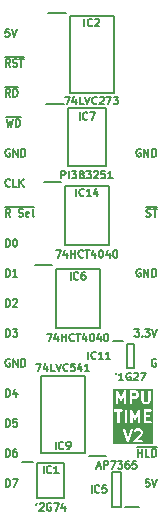
<source format=gto>
%TF.GenerationSoftware,KiCad,Pcbnew,9.0.7*%
%TF.CreationDate,2026-01-30T07:56:14+02:00*%
%TF.ProjectId,HCP65 MPU Timer,48435036-3520-44d5-9055-2054696d6572,V1*%
%TF.SameCoordinates,Original*%
%TF.FileFunction,Legend,Top*%
%TF.FilePolarity,Positive*%
%FSLAX46Y46*%
G04 Gerber Fmt 4.6, Leading zero omitted, Abs format (unit mm)*
G04 Created by KiCad (PCBNEW 9.0.7) date 2026-01-30 07:56:14*
%MOMM*%
%LPD*%
G01*
G04 APERTURE LIST*
%ADD10C,0.150000*%
%ADD11C,0.200000*%
G04 APERTURE END LIST*
D10*
X12159839Y-25050963D02*
X12552934Y-25050963D01*
X12552934Y-25050963D02*
X12341267Y-25292867D01*
X12341267Y-25292867D02*
X12431982Y-25292867D01*
X12431982Y-25292867D02*
X12492458Y-25323105D01*
X12492458Y-25323105D02*
X12522696Y-25353344D01*
X12522696Y-25353344D02*
X12552934Y-25413820D01*
X12552934Y-25413820D02*
X12552934Y-25565010D01*
X12552934Y-25565010D02*
X12522696Y-25625486D01*
X12522696Y-25625486D02*
X12492458Y-25655725D01*
X12492458Y-25655725D02*
X12431982Y-25685963D01*
X12431982Y-25685963D02*
X12250553Y-25685963D01*
X12250553Y-25685963D02*
X12190077Y-25655725D01*
X12190077Y-25655725D02*
X12159839Y-25625486D01*
X12825077Y-25625486D02*
X12855315Y-25655725D01*
X12855315Y-25655725D02*
X12825077Y-25685963D01*
X12825077Y-25685963D02*
X12794839Y-25655725D01*
X12794839Y-25655725D02*
X12825077Y-25625486D01*
X12825077Y-25625486D02*
X12825077Y-25685963D01*
X13066982Y-25050963D02*
X13460077Y-25050963D01*
X13460077Y-25050963D02*
X13248410Y-25292867D01*
X13248410Y-25292867D02*
X13339125Y-25292867D01*
X13339125Y-25292867D02*
X13399601Y-25323105D01*
X13399601Y-25323105D02*
X13429839Y-25353344D01*
X13429839Y-25353344D02*
X13460077Y-25413820D01*
X13460077Y-25413820D02*
X13460077Y-25565010D01*
X13460077Y-25565010D02*
X13429839Y-25625486D01*
X13429839Y-25625486D02*
X13399601Y-25655725D01*
X13399601Y-25655725D02*
X13339125Y-25685963D01*
X13339125Y-25685963D02*
X13157696Y-25685963D01*
X13157696Y-25685963D02*
X13097220Y-25655725D01*
X13097220Y-25655725D02*
X13066982Y-25625486D01*
X13641506Y-25050963D02*
X13853172Y-25685963D01*
X13853172Y-25685963D02*
X14064839Y-25050963D01*
X12673887Y-20001201D02*
X12613411Y-19970963D01*
X12613411Y-19970963D02*
X12522697Y-19970963D01*
X12522697Y-19970963D02*
X12431982Y-20001201D01*
X12431982Y-20001201D02*
X12371506Y-20061677D01*
X12371506Y-20061677D02*
X12341268Y-20122153D01*
X12341268Y-20122153D02*
X12311030Y-20243105D01*
X12311030Y-20243105D02*
X12311030Y-20333820D01*
X12311030Y-20333820D02*
X12341268Y-20454772D01*
X12341268Y-20454772D02*
X12371506Y-20515248D01*
X12371506Y-20515248D02*
X12431982Y-20575725D01*
X12431982Y-20575725D02*
X12522697Y-20605963D01*
X12522697Y-20605963D02*
X12583173Y-20605963D01*
X12583173Y-20605963D02*
X12673887Y-20575725D01*
X12673887Y-20575725D02*
X12704125Y-20545486D01*
X12704125Y-20545486D02*
X12704125Y-20333820D01*
X12704125Y-20333820D02*
X12583173Y-20333820D01*
X12976268Y-20605963D02*
X12976268Y-19970963D01*
X12976268Y-19970963D02*
X13339125Y-20605963D01*
X13339125Y-20605963D02*
X13339125Y-19970963D01*
X13641506Y-20605963D02*
X13641506Y-19970963D01*
X13641506Y-19970963D02*
X13792696Y-19970963D01*
X13792696Y-19970963D02*
X13883411Y-20001201D01*
X13883411Y-20001201D02*
X13943887Y-20061677D01*
X13943887Y-20061677D02*
X13974125Y-20122153D01*
X13974125Y-20122153D02*
X14004363Y-20243105D01*
X14004363Y-20243105D02*
X14004363Y-20333820D01*
X14004363Y-20333820D02*
X13974125Y-20454772D01*
X13974125Y-20454772D02*
X13943887Y-20515248D01*
X13943887Y-20515248D02*
X13883411Y-20575725D01*
X13883411Y-20575725D02*
X13792696Y-20605963D01*
X13792696Y-20605963D02*
X13641506Y-20605963D01*
X1568255Y349036D02*
X1265874Y349036D01*
X1265874Y349036D02*
X1235636Y46655D01*
X1235636Y46655D02*
X1265874Y76894D01*
X1265874Y76894D02*
X1326350Y107132D01*
X1326350Y107132D02*
X1477541Y107132D01*
X1477541Y107132D02*
X1538017Y76894D01*
X1538017Y76894D02*
X1568255Y46655D01*
X1568255Y46655D02*
X1598493Y-13820D01*
X1598493Y-13820D02*
X1598493Y-165010D01*
X1598493Y-165010D02*
X1568255Y-225486D01*
X1568255Y-225486D02*
X1538017Y-255725D01*
X1538017Y-255725D02*
X1477541Y-285963D01*
X1477541Y-285963D02*
X1326350Y-285963D01*
X1326350Y-285963D02*
X1265874Y-255725D01*
X1265874Y-255725D02*
X1235636Y-225486D01*
X1779922Y349036D02*
X1991588Y-285963D01*
X1991588Y-285963D02*
X2203255Y349036D01*
X1265874Y-20605963D02*
X1265874Y-19970963D01*
X1265874Y-19970963D02*
X1417064Y-19970963D01*
X1417064Y-19970963D02*
X1507779Y-20001201D01*
X1507779Y-20001201D02*
X1568255Y-20061677D01*
X1568255Y-20061677D02*
X1598493Y-20122153D01*
X1598493Y-20122153D02*
X1628731Y-20243105D01*
X1628731Y-20243105D02*
X1628731Y-20333820D01*
X1628731Y-20333820D02*
X1598493Y-20454772D01*
X1598493Y-20454772D02*
X1568255Y-20515248D01*
X1568255Y-20515248D02*
X1507779Y-20575725D01*
X1507779Y-20575725D02*
X1417064Y-20605963D01*
X1417064Y-20605963D02*
X1265874Y-20605963D01*
X2233493Y-20605963D02*
X1870636Y-20605963D01*
X2052064Y-20605963D02*
X2052064Y-19970963D01*
X2052064Y-19970963D02*
X1991588Y-20061677D01*
X1991588Y-20061677D02*
X1931112Y-20122153D01*
X1931112Y-20122153D02*
X1870636Y-20152391D01*
X13429839Y-37750963D02*
X13127458Y-37750963D01*
X13127458Y-37750963D02*
X13097220Y-38053344D01*
X13097220Y-38053344D02*
X13127458Y-38023105D01*
X13127458Y-38023105D02*
X13187934Y-37992867D01*
X13187934Y-37992867D02*
X13339125Y-37992867D01*
X13339125Y-37992867D02*
X13399601Y-38023105D01*
X13399601Y-38023105D02*
X13429839Y-38053344D01*
X13429839Y-38053344D02*
X13460077Y-38113820D01*
X13460077Y-38113820D02*
X13460077Y-38265010D01*
X13460077Y-38265010D02*
X13429839Y-38325486D01*
X13429839Y-38325486D02*
X13399601Y-38355725D01*
X13399601Y-38355725D02*
X13339125Y-38385963D01*
X13339125Y-38385963D02*
X13187934Y-38385963D01*
X13187934Y-38385963D02*
X13127458Y-38355725D01*
X13127458Y-38355725D02*
X13097220Y-38325486D01*
X13641506Y-37750963D02*
X13853172Y-38385963D01*
X13853172Y-38385963D02*
X14064839Y-37750963D01*
X1265874Y-35845963D02*
X1265874Y-35210963D01*
X1265874Y-35210963D02*
X1417064Y-35210963D01*
X1417064Y-35210963D02*
X1507779Y-35241201D01*
X1507779Y-35241201D02*
X1568255Y-35301677D01*
X1568255Y-35301677D02*
X1598493Y-35362153D01*
X1598493Y-35362153D02*
X1628731Y-35483105D01*
X1628731Y-35483105D02*
X1628731Y-35573820D01*
X1628731Y-35573820D02*
X1598493Y-35694772D01*
X1598493Y-35694772D02*
X1568255Y-35755248D01*
X1568255Y-35755248D02*
X1507779Y-35815725D01*
X1507779Y-35815725D02*
X1417064Y-35845963D01*
X1417064Y-35845963D02*
X1265874Y-35845963D01*
X2173017Y-35210963D02*
X2052064Y-35210963D01*
X2052064Y-35210963D02*
X1991588Y-35241201D01*
X1991588Y-35241201D02*
X1961350Y-35271439D01*
X1961350Y-35271439D02*
X1900874Y-35362153D01*
X1900874Y-35362153D02*
X1870636Y-35483105D01*
X1870636Y-35483105D02*
X1870636Y-35725010D01*
X1870636Y-35725010D02*
X1900874Y-35785486D01*
X1900874Y-35785486D02*
X1931112Y-35815725D01*
X1931112Y-35815725D02*
X1991588Y-35845963D01*
X1991588Y-35845963D02*
X2112541Y-35845963D01*
X2112541Y-35845963D02*
X2173017Y-35815725D01*
X2173017Y-35815725D02*
X2203255Y-35785486D01*
X2203255Y-35785486D02*
X2233493Y-35725010D01*
X2233493Y-35725010D02*
X2233493Y-35573820D01*
X2233493Y-35573820D02*
X2203255Y-35513344D01*
X2203255Y-35513344D02*
X2173017Y-35483105D01*
X2173017Y-35483105D02*
X2112541Y-35452867D01*
X2112541Y-35452867D02*
X1991588Y-35452867D01*
X1991588Y-35452867D02*
X1931112Y-35483105D01*
X1931112Y-35483105D02*
X1900874Y-35513344D01*
X1900874Y-35513344D02*
X1870636Y-35573820D01*
X12462220Y-35845963D02*
X12462220Y-35210963D01*
X12462220Y-35513344D02*
X12825077Y-35513344D01*
X12825077Y-35845963D02*
X12825077Y-35210963D01*
X13429839Y-35845963D02*
X13127458Y-35845963D01*
X13127458Y-35845963D02*
X13127458Y-35210963D01*
X13641506Y-35845963D02*
X13641506Y-35210963D01*
X13641506Y-35210963D02*
X13792696Y-35210963D01*
X13792696Y-35210963D02*
X13883411Y-35241201D01*
X13883411Y-35241201D02*
X13943887Y-35301677D01*
X13943887Y-35301677D02*
X13974125Y-35362153D01*
X13974125Y-35362153D02*
X14004363Y-35483105D01*
X14004363Y-35483105D02*
X14004363Y-35573820D01*
X14004363Y-35573820D02*
X13974125Y-35694772D01*
X13974125Y-35694772D02*
X13943887Y-35755248D01*
X13943887Y-35755248D02*
X13883411Y-35815725D01*
X13883411Y-35815725D02*
X13792696Y-35845963D01*
X13792696Y-35845963D02*
X13641506Y-35845963D01*
X12374530Y-35034675D02*
X14061816Y-35034675D01*
X12673887Y-9841201D02*
X12613411Y-9810963D01*
X12613411Y-9810963D02*
X12522697Y-9810963D01*
X12522697Y-9810963D02*
X12431982Y-9841201D01*
X12431982Y-9841201D02*
X12371506Y-9901677D01*
X12371506Y-9901677D02*
X12341268Y-9962153D01*
X12341268Y-9962153D02*
X12311030Y-10083105D01*
X12311030Y-10083105D02*
X12311030Y-10173820D01*
X12311030Y-10173820D02*
X12341268Y-10294772D01*
X12341268Y-10294772D02*
X12371506Y-10355248D01*
X12371506Y-10355248D02*
X12431982Y-10415725D01*
X12431982Y-10415725D02*
X12522697Y-10445963D01*
X12522697Y-10445963D02*
X12583173Y-10445963D01*
X12583173Y-10445963D02*
X12673887Y-10415725D01*
X12673887Y-10415725D02*
X12704125Y-10385486D01*
X12704125Y-10385486D02*
X12704125Y-10173820D01*
X12704125Y-10173820D02*
X12583173Y-10173820D01*
X12976268Y-10445963D02*
X12976268Y-9810963D01*
X12976268Y-9810963D02*
X13339125Y-10445963D01*
X13339125Y-10445963D02*
X13339125Y-9810963D01*
X13641506Y-10445963D02*
X13641506Y-9810963D01*
X13641506Y-9810963D02*
X13792696Y-9810963D01*
X13792696Y-9810963D02*
X13883411Y-9841201D01*
X13883411Y-9841201D02*
X13943887Y-9901677D01*
X13943887Y-9901677D02*
X13974125Y-9962153D01*
X13974125Y-9962153D02*
X14004363Y-10083105D01*
X14004363Y-10083105D02*
X14004363Y-10173820D01*
X14004363Y-10173820D02*
X13974125Y-10294772D01*
X13974125Y-10294772D02*
X13943887Y-10355248D01*
X13943887Y-10355248D02*
X13883411Y-10415725D01*
X13883411Y-10415725D02*
X13792696Y-10445963D01*
X13792696Y-10445963D02*
X13641506Y-10445963D01*
X1598493Y-27621201D02*
X1538017Y-27590963D01*
X1538017Y-27590963D02*
X1447303Y-27590963D01*
X1447303Y-27590963D02*
X1356588Y-27621201D01*
X1356588Y-27621201D02*
X1296112Y-27681677D01*
X1296112Y-27681677D02*
X1265874Y-27742153D01*
X1265874Y-27742153D02*
X1235636Y-27863105D01*
X1235636Y-27863105D02*
X1235636Y-27953820D01*
X1235636Y-27953820D02*
X1265874Y-28074772D01*
X1265874Y-28074772D02*
X1296112Y-28135248D01*
X1296112Y-28135248D02*
X1356588Y-28195725D01*
X1356588Y-28195725D02*
X1447303Y-28225963D01*
X1447303Y-28225963D02*
X1507779Y-28225963D01*
X1507779Y-28225963D02*
X1598493Y-28195725D01*
X1598493Y-28195725D02*
X1628731Y-28165486D01*
X1628731Y-28165486D02*
X1628731Y-27953820D01*
X1628731Y-27953820D02*
X1507779Y-27953820D01*
X1900874Y-28225963D02*
X1900874Y-27590963D01*
X1900874Y-27590963D02*
X2263731Y-28225963D01*
X2263731Y-28225963D02*
X2263731Y-27590963D01*
X2566112Y-28225963D02*
X2566112Y-27590963D01*
X2566112Y-27590963D02*
X2717302Y-27590963D01*
X2717302Y-27590963D02*
X2808017Y-27621201D01*
X2808017Y-27621201D02*
X2868493Y-27681677D01*
X2868493Y-27681677D02*
X2898731Y-27742153D01*
X2898731Y-27742153D02*
X2928969Y-27863105D01*
X2928969Y-27863105D02*
X2928969Y-27953820D01*
X2928969Y-27953820D02*
X2898731Y-28074772D01*
X2898731Y-28074772D02*
X2868493Y-28135248D01*
X2868493Y-28135248D02*
X2808017Y-28195725D01*
X2808017Y-28195725D02*
X2717302Y-28225963D01*
X2717302Y-28225963D02*
X2566112Y-28225963D01*
X1265874Y-30765963D02*
X1265874Y-30130963D01*
X1265874Y-30130963D02*
X1417064Y-30130963D01*
X1417064Y-30130963D02*
X1507779Y-30161201D01*
X1507779Y-30161201D02*
X1568255Y-30221677D01*
X1568255Y-30221677D02*
X1598493Y-30282153D01*
X1598493Y-30282153D02*
X1628731Y-30403105D01*
X1628731Y-30403105D02*
X1628731Y-30493820D01*
X1628731Y-30493820D02*
X1598493Y-30614772D01*
X1598493Y-30614772D02*
X1568255Y-30675248D01*
X1568255Y-30675248D02*
X1507779Y-30735725D01*
X1507779Y-30735725D02*
X1417064Y-30765963D01*
X1417064Y-30765963D02*
X1265874Y-30765963D01*
X2173017Y-30342629D02*
X2173017Y-30765963D01*
X2021826Y-30100725D02*
X1870636Y-30554296D01*
X1870636Y-30554296D02*
X2263731Y-30554296D01*
X1265874Y-18065963D02*
X1265874Y-17430963D01*
X1265874Y-17430963D02*
X1417064Y-17430963D01*
X1417064Y-17430963D02*
X1507779Y-17461201D01*
X1507779Y-17461201D02*
X1568255Y-17521677D01*
X1568255Y-17521677D02*
X1598493Y-17582153D01*
X1598493Y-17582153D02*
X1628731Y-17703105D01*
X1628731Y-17703105D02*
X1628731Y-17793820D01*
X1628731Y-17793820D02*
X1598493Y-17914772D01*
X1598493Y-17914772D02*
X1568255Y-17975248D01*
X1568255Y-17975248D02*
X1507779Y-18035725D01*
X1507779Y-18035725D02*
X1417064Y-18065963D01*
X1417064Y-18065963D02*
X1265874Y-18065963D01*
X2021826Y-17430963D02*
X2082303Y-17430963D01*
X2082303Y-17430963D02*
X2142779Y-17461201D01*
X2142779Y-17461201D02*
X2173017Y-17491439D01*
X2173017Y-17491439D02*
X2203255Y-17551915D01*
X2203255Y-17551915D02*
X2233493Y-17672867D01*
X2233493Y-17672867D02*
X2233493Y-17824058D01*
X2233493Y-17824058D02*
X2203255Y-17945010D01*
X2203255Y-17945010D02*
X2173017Y-18005486D01*
X2173017Y-18005486D02*
X2142779Y-18035725D01*
X2142779Y-18035725D02*
X2082303Y-18065963D01*
X2082303Y-18065963D02*
X2021826Y-18065963D01*
X2021826Y-18065963D02*
X1961350Y-18035725D01*
X1961350Y-18035725D02*
X1931112Y-18005486D01*
X1931112Y-18005486D02*
X1900874Y-17945010D01*
X1900874Y-17945010D02*
X1870636Y-17824058D01*
X1870636Y-17824058D02*
X1870636Y-17672867D01*
X1870636Y-17672867D02*
X1900874Y-17551915D01*
X1900874Y-17551915D02*
X1931112Y-17491439D01*
X1931112Y-17491439D02*
X1961350Y-17461201D01*
X1961350Y-17461201D02*
X2021826Y-17430963D01*
X1265874Y-38385963D02*
X1265874Y-37750963D01*
X1265874Y-37750963D02*
X1417064Y-37750963D01*
X1417064Y-37750963D02*
X1507779Y-37781201D01*
X1507779Y-37781201D02*
X1568255Y-37841677D01*
X1568255Y-37841677D02*
X1598493Y-37902153D01*
X1598493Y-37902153D02*
X1628731Y-38023105D01*
X1628731Y-38023105D02*
X1628731Y-38113820D01*
X1628731Y-38113820D02*
X1598493Y-38234772D01*
X1598493Y-38234772D02*
X1568255Y-38295248D01*
X1568255Y-38295248D02*
X1507779Y-38355725D01*
X1507779Y-38355725D02*
X1417064Y-38385963D01*
X1417064Y-38385963D02*
X1265874Y-38385963D01*
X1840398Y-37750963D02*
X2263731Y-37750963D01*
X2263731Y-37750963D02*
X1991588Y-38385963D01*
X1265874Y-33305963D02*
X1265874Y-32670963D01*
X1265874Y-32670963D02*
X1417064Y-32670963D01*
X1417064Y-32670963D02*
X1507779Y-32701201D01*
X1507779Y-32701201D02*
X1568255Y-32761677D01*
X1568255Y-32761677D02*
X1598493Y-32822153D01*
X1598493Y-32822153D02*
X1628731Y-32943105D01*
X1628731Y-32943105D02*
X1628731Y-33033820D01*
X1628731Y-33033820D02*
X1598493Y-33154772D01*
X1598493Y-33154772D02*
X1568255Y-33215248D01*
X1568255Y-33215248D02*
X1507779Y-33275725D01*
X1507779Y-33275725D02*
X1417064Y-33305963D01*
X1417064Y-33305963D02*
X1265874Y-33305963D01*
X2203255Y-32670963D02*
X1900874Y-32670963D01*
X1900874Y-32670963D02*
X1870636Y-32973344D01*
X1870636Y-32973344D02*
X1900874Y-32943105D01*
X1900874Y-32943105D02*
X1961350Y-32912867D01*
X1961350Y-32912867D02*
X2112541Y-32912867D01*
X2112541Y-32912867D02*
X2173017Y-32943105D01*
X2173017Y-32943105D02*
X2203255Y-32973344D01*
X2203255Y-32973344D02*
X2233493Y-33033820D01*
X2233493Y-33033820D02*
X2233493Y-33185010D01*
X2233493Y-33185010D02*
X2203255Y-33245486D01*
X2203255Y-33245486D02*
X2173017Y-33275725D01*
X2173017Y-33275725D02*
X2112541Y-33305963D01*
X2112541Y-33305963D02*
X1961350Y-33305963D01*
X1961350Y-33305963D02*
X1900874Y-33275725D01*
X1900874Y-33275725D02*
X1870636Y-33245486D01*
X1628731Y-12925486D02*
X1598493Y-12955725D01*
X1598493Y-12955725D02*
X1507779Y-12985963D01*
X1507779Y-12985963D02*
X1447303Y-12985963D01*
X1447303Y-12985963D02*
X1356588Y-12955725D01*
X1356588Y-12955725D02*
X1296112Y-12895248D01*
X1296112Y-12895248D02*
X1265874Y-12834772D01*
X1265874Y-12834772D02*
X1235636Y-12713820D01*
X1235636Y-12713820D02*
X1235636Y-12623105D01*
X1235636Y-12623105D02*
X1265874Y-12502153D01*
X1265874Y-12502153D02*
X1296112Y-12441677D01*
X1296112Y-12441677D02*
X1356588Y-12381201D01*
X1356588Y-12381201D02*
X1447303Y-12350963D01*
X1447303Y-12350963D02*
X1507779Y-12350963D01*
X1507779Y-12350963D02*
X1598493Y-12381201D01*
X1598493Y-12381201D02*
X1628731Y-12411439D01*
X2203255Y-12985963D02*
X1900874Y-12985963D01*
X1900874Y-12985963D02*
X1900874Y-12350963D01*
X2414922Y-12985963D02*
X2414922Y-12350963D01*
X2777779Y-12985963D02*
X2505636Y-12623105D01*
X2777779Y-12350963D02*
X2414922Y-12713820D01*
X1628731Y-5365963D02*
X1417064Y-5063582D01*
X1265874Y-5365963D02*
X1265874Y-4730963D01*
X1265874Y-4730963D02*
X1507779Y-4730963D01*
X1507779Y-4730963D02*
X1568255Y-4761201D01*
X1568255Y-4761201D02*
X1598493Y-4791439D01*
X1598493Y-4791439D02*
X1628731Y-4851915D01*
X1628731Y-4851915D02*
X1628731Y-4942629D01*
X1628731Y-4942629D02*
X1598493Y-5003105D01*
X1598493Y-5003105D02*
X1568255Y-5033344D01*
X1568255Y-5033344D02*
X1507779Y-5063582D01*
X1507779Y-5063582D02*
X1265874Y-5063582D01*
X1900874Y-5365963D02*
X1900874Y-4730963D01*
X1900874Y-4730963D02*
X2052064Y-4730963D01*
X2052064Y-4730963D02*
X2142779Y-4761201D01*
X2142779Y-4761201D02*
X2203255Y-4821677D01*
X2203255Y-4821677D02*
X2233493Y-4882153D01*
X2233493Y-4882153D02*
X2263731Y-5003105D01*
X2263731Y-5003105D02*
X2263731Y-5093820D01*
X2263731Y-5093820D02*
X2233493Y-5214772D01*
X2233493Y-5214772D02*
X2203255Y-5275248D01*
X2203255Y-5275248D02*
X2142779Y-5335725D01*
X2142779Y-5335725D02*
X2052064Y-5365963D01*
X2052064Y-5365963D02*
X1900874Y-5365963D01*
X1178184Y-4554675D02*
X2321184Y-4554675D01*
X1265874Y-25685963D02*
X1265874Y-25050963D01*
X1265874Y-25050963D02*
X1417064Y-25050963D01*
X1417064Y-25050963D02*
X1507779Y-25081201D01*
X1507779Y-25081201D02*
X1568255Y-25141677D01*
X1568255Y-25141677D02*
X1598493Y-25202153D01*
X1598493Y-25202153D02*
X1628731Y-25323105D01*
X1628731Y-25323105D02*
X1628731Y-25413820D01*
X1628731Y-25413820D02*
X1598493Y-25534772D01*
X1598493Y-25534772D02*
X1568255Y-25595248D01*
X1568255Y-25595248D02*
X1507779Y-25655725D01*
X1507779Y-25655725D02*
X1417064Y-25685963D01*
X1417064Y-25685963D02*
X1265874Y-25685963D01*
X1840398Y-25050963D02*
X2233493Y-25050963D01*
X2233493Y-25050963D02*
X2021826Y-25292867D01*
X2021826Y-25292867D02*
X2112541Y-25292867D01*
X2112541Y-25292867D02*
X2173017Y-25323105D01*
X2173017Y-25323105D02*
X2203255Y-25353344D01*
X2203255Y-25353344D02*
X2233493Y-25413820D01*
X2233493Y-25413820D02*
X2233493Y-25565010D01*
X2233493Y-25565010D02*
X2203255Y-25625486D01*
X2203255Y-25625486D02*
X2173017Y-25655725D01*
X2173017Y-25655725D02*
X2112541Y-25685963D01*
X2112541Y-25685963D02*
X1931112Y-25685963D01*
X1931112Y-25685963D02*
X1870636Y-25655725D01*
X1870636Y-25655725D02*
X1840398Y-25625486D01*
X1265874Y-23145963D02*
X1265874Y-22510963D01*
X1265874Y-22510963D02*
X1417064Y-22510963D01*
X1417064Y-22510963D02*
X1507779Y-22541201D01*
X1507779Y-22541201D02*
X1568255Y-22601677D01*
X1568255Y-22601677D02*
X1598493Y-22662153D01*
X1598493Y-22662153D02*
X1628731Y-22783105D01*
X1628731Y-22783105D02*
X1628731Y-22873820D01*
X1628731Y-22873820D02*
X1598493Y-22994772D01*
X1598493Y-22994772D02*
X1568255Y-23055248D01*
X1568255Y-23055248D02*
X1507779Y-23115725D01*
X1507779Y-23115725D02*
X1417064Y-23145963D01*
X1417064Y-23145963D02*
X1265874Y-23145963D01*
X1870636Y-22571439D02*
X1900874Y-22541201D01*
X1900874Y-22541201D02*
X1961350Y-22510963D01*
X1961350Y-22510963D02*
X2112541Y-22510963D01*
X2112541Y-22510963D02*
X2173017Y-22541201D01*
X2173017Y-22541201D02*
X2203255Y-22571439D01*
X2203255Y-22571439D02*
X2233493Y-22631915D01*
X2233493Y-22631915D02*
X2233493Y-22692391D01*
X2233493Y-22692391D02*
X2203255Y-22783105D01*
X2203255Y-22783105D02*
X1840398Y-23145963D01*
X1840398Y-23145963D02*
X2233493Y-23145963D01*
X1628731Y-2825963D02*
X1417064Y-2523582D01*
X1265874Y-2825963D02*
X1265874Y-2190963D01*
X1265874Y-2190963D02*
X1507779Y-2190963D01*
X1507779Y-2190963D02*
X1568255Y-2221201D01*
X1568255Y-2221201D02*
X1598493Y-2251439D01*
X1598493Y-2251439D02*
X1628731Y-2311915D01*
X1628731Y-2311915D02*
X1628731Y-2402629D01*
X1628731Y-2402629D02*
X1598493Y-2463105D01*
X1598493Y-2463105D02*
X1568255Y-2493344D01*
X1568255Y-2493344D02*
X1507779Y-2523582D01*
X1507779Y-2523582D02*
X1265874Y-2523582D01*
X1870636Y-2795725D02*
X1961350Y-2825963D01*
X1961350Y-2825963D02*
X2112541Y-2825963D01*
X2112541Y-2825963D02*
X2173017Y-2795725D01*
X2173017Y-2795725D02*
X2203255Y-2765486D01*
X2203255Y-2765486D02*
X2233493Y-2705010D01*
X2233493Y-2705010D02*
X2233493Y-2644534D01*
X2233493Y-2644534D02*
X2203255Y-2584058D01*
X2203255Y-2584058D02*
X2173017Y-2553820D01*
X2173017Y-2553820D02*
X2112541Y-2523582D01*
X2112541Y-2523582D02*
X1991588Y-2493344D01*
X1991588Y-2493344D02*
X1931112Y-2463105D01*
X1931112Y-2463105D02*
X1900874Y-2432867D01*
X1900874Y-2432867D02*
X1870636Y-2372391D01*
X1870636Y-2372391D02*
X1870636Y-2311915D01*
X1870636Y-2311915D02*
X1900874Y-2251439D01*
X1900874Y-2251439D02*
X1931112Y-2221201D01*
X1931112Y-2221201D02*
X1991588Y-2190963D01*
X1991588Y-2190963D02*
X2142779Y-2190963D01*
X2142779Y-2190963D02*
X2233493Y-2221201D01*
X2414922Y-2190963D02*
X2777779Y-2190963D01*
X2596350Y-2825963D02*
X2596350Y-2190963D01*
X1178184Y-2014675D02*
X2774756Y-2014675D01*
X1628731Y-15525963D02*
X1417064Y-15223582D01*
X1265874Y-15525963D02*
X1265874Y-14890963D01*
X1265874Y-14890963D02*
X1507779Y-14890963D01*
X1507779Y-14890963D02*
X1568255Y-14921201D01*
X1568255Y-14921201D02*
X1598493Y-14951439D01*
X1598493Y-14951439D02*
X1628731Y-15011915D01*
X1628731Y-15011915D02*
X1628731Y-15102629D01*
X1628731Y-15102629D02*
X1598493Y-15163105D01*
X1598493Y-15163105D02*
X1568255Y-15193344D01*
X1568255Y-15193344D02*
X1507779Y-15223582D01*
X1507779Y-15223582D02*
X1265874Y-15223582D01*
X2354446Y-15495725D02*
X2445160Y-15525963D01*
X2445160Y-15525963D02*
X2596351Y-15525963D01*
X2596351Y-15525963D02*
X2656827Y-15495725D01*
X2656827Y-15495725D02*
X2687065Y-15465486D01*
X2687065Y-15465486D02*
X2717303Y-15405010D01*
X2717303Y-15405010D02*
X2717303Y-15344534D01*
X2717303Y-15344534D02*
X2687065Y-15284058D01*
X2687065Y-15284058D02*
X2656827Y-15253820D01*
X2656827Y-15253820D02*
X2596351Y-15223582D01*
X2596351Y-15223582D02*
X2475398Y-15193344D01*
X2475398Y-15193344D02*
X2414922Y-15163105D01*
X2414922Y-15163105D02*
X2384684Y-15132867D01*
X2384684Y-15132867D02*
X2354446Y-15072391D01*
X2354446Y-15072391D02*
X2354446Y-15011915D01*
X2354446Y-15011915D02*
X2384684Y-14951439D01*
X2384684Y-14951439D02*
X2414922Y-14921201D01*
X2414922Y-14921201D02*
X2475398Y-14890963D01*
X2475398Y-14890963D02*
X2626589Y-14890963D01*
X2626589Y-14890963D02*
X2717303Y-14921201D01*
X3231351Y-15495725D02*
X3170875Y-15525963D01*
X3170875Y-15525963D02*
X3049922Y-15525963D01*
X3049922Y-15525963D02*
X2989446Y-15495725D01*
X2989446Y-15495725D02*
X2959208Y-15435248D01*
X2959208Y-15435248D02*
X2959208Y-15193344D01*
X2959208Y-15193344D02*
X2989446Y-15132867D01*
X2989446Y-15132867D02*
X3049922Y-15102629D01*
X3049922Y-15102629D02*
X3170875Y-15102629D01*
X3170875Y-15102629D02*
X3231351Y-15132867D01*
X3231351Y-15132867D02*
X3261589Y-15193344D01*
X3261589Y-15193344D02*
X3261589Y-15253820D01*
X3261589Y-15253820D02*
X2959208Y-15314296D01*
X3624446Y-15525963D02*
X3563970Y-15495725D01*
X3563970Y-15495725D02*
X3533732Y-15435248D01*
X3533732Y-15435248D02*
X3533732Y-14890963D01*
X1178184Y-14714675D02*
X3651661Y-14714675D01*
D11*
G36*
X12267668Y-30448136D02*
G01*
X12292337Y-30472804D01*
X12322142Y-30532414D01*
X12322142Y-30628057D01*
X12292337Y-30687666D01*
X12267668Y-30712334D01*
X12208059Y-30742140D01*
X11950714Y-30742140D01*
X11950714Y-30418331D01*
X12208059Y-30418331D01*
X12267668Y-30448136D01*
G37*
G36*
X13726570Y-34749330D02*
G01*
X10308191Y-34749330D01*
X10308191Y-33550726D01*
X11156261Y-33550726D01*
X11160608Y-33569842D01*
X11493941Y-34569841D01*
X11501932Y-34587742D01*
X11506615Y-34593141D01*
X11509810Y-34599531D01*
X11519281Y-34607746D01*
X11527497Y-34617218D01*
X11533885Y-34620412D01*
X11539286Y-34625096D01*
X11551187Y-34629063D01*
X11562396Y-34634667D01*
X11569520Y-34635173D01*
X11576302Y-34637434D01*
X11588811Y-34636544D01*
X11601316Y-34637434D01*
X11608094Y-34635174D01*
X11615222Y-34634668D01*
X11626438Y-34629059D01*
X11638332Y-34625095D01*
X11643729Y-34620414D01*
X11650121Y-34617218D01*
X11658339Y-34607742D01*
X11667808Y-34599530D01*
X11671001Y-34593143D01*
X11675686Y-34587742D01*
X11683677Y-34569842D01*
X11700721Y-34518710D01*
X12062159Y-34518710D01*
X12062159Y-34557728D01*
X12077091Y-34593776D01*
X12104681Y-34621366D01*
X12140729Y-34636298D01*
X12160238Y-34638219D01*
X12779285Y-34638219D01*
X12798794Y-34636298D01*
X12834842Y-34621366D01*
X12862432Y-34593776D01*
X12877364Y-34557728D01*
X12877364Y-34518710D01*
X12862432Y-34482662D01*
X12834842Y-34455072D01*
X12798794Y-34440140D01*
X12779285Y-34438219D01*
X12401660Y-34438219D01*
X12802377Y-34037501D01*
X12814813Y-34022347D01*
X12816187Y-34019028D01*
X12818543Y-34016313D01*
X12826534Y-33998413D01*
X12874153Y-33855556D01*
X12876352Y-33845883D01*
X12877364Y-33843442D01*
X12877712Y-33839904D01*
X12878500Y-33836441D01*
X12878312Y-33833806D01*
X12879285Y-33823933D01*
X12879285Y-33728695D01*
X12877364Y-33709186D01*
X12875988Y-33705865D01*
X12875734Y-33702282D01*
X12868728Y-33683973D01*
X12821109Y-33588736D01*
X12815823Y-33580339D01*
X12814813Y-33577899D01*
X12812559Y-33575153D01*
X12810666Y-33572145D01*
X12808668Y-33570412D01*
X12802376Y-33562746D01*
X12754758Y-33515127D01*
X12747087Y-33508832D01*
X12745358Y-33506838D01*
X12742350Y-33504944D01*
X12739604Y-33502691D01*
X12737164Y-33501680D01*
X12728768Y-33496395D01*
X12633530Y-33448776D01*
X12615222Y-33441770D01*
X12611638Y-33441515D01*
X12608318Y-33440140D01*
X12588809Y-33438219D01*
X12350714Y-33438219D01*
X12331205Y-33440140D01*
X12327884Y-33441515D01*
X12324301Y-33441770D01*
X12305992Y-33448776D01*
X12210755Y-33496395D01*
X12202358Y-33501680D01*
X12199918Y-33502691D01*
X12197172Y-33504944D01*
X12194164Y-33506838D01*
X12192431Y-33508835D01*
X12184765Y-33515128D01*
X12137146Y-33562746D01*
X12124710Y-33577900D01*
X12109778Y-33613948D01*
X12109778Y-33652966D01*
X12124710Y-33689014D01*
X12152300Y-33716604D01*
X12188348Y-33731536D01*
X12227366Y-33731536D01*
X12263414Y-33716604D01*
X12278568Y-33704168D01*
X12314711Y-33668023D01*
X12374321Y-33638219D01*
X12565202Y-33638219D01*
X12624811Y-33668024D01*
X12649480Y-33692692D01*
X12679285Y-33752302D01*
X12679285Y-33807706D01*
X12644263Y-33912770D01*
X12089527Y-34467508D01*
X12077091Y-34482662D01*
X12062159Y-34518710D01*
X11700721Y-34518710D01*
X12017010Y-33569842D01*
X12021357Y-33550727D01*
X12018591Y-33511807D01*
X12001141Y-33476908D01*
X11971665Y-33451343D01*
X11934649Y-33439004D01*
X11895729Y-33441771D01*
X11860830Y-33459220D01*
X11835265Y-33488696D01*
X11827274Y-33506597D01*
X11588809Y-34221991D01*
X11350344Y-33506596D01*
X11342353Y-33488696D01*
X11316788Y-33459220D01*
X11281889Y-33441770D01*
X11242969Y-33439004D01*
X11205953Y-33451342D01*
X11176477Y-33476907D01*
X11159027Y-33511806D01*
X11156261Y-33550726D01*
X10308191Y-33550726D01*
X10308191Y-31908766D01*
X10419302Y-31908766D01*
X10419302Y-31947784D01*
X10434234Y-31983832D01*
X10461824Y-32011422D01*
X10497872Y-32026354D01*
X10517381Y-32028275D01*
X10703095Y-32028275D01*
X10703095Y-32928275D01*
X10705016Y-32947784D01*
X10719948Y-32983832D01*
X10747538Y-33011422D01*
X10783586Y-33026354D01*
X10822604Y-33026354D01*
X10858652Y-33011422D01*
X10886242Y-32983832D01*
X10901174Y-32947784D01*
X10903095Y-32928275D01*
X10903095Y-32028275D01*
X11088809Y-32028275D01*
X11108318Y-32026354D01*
X11144366Y-32011422D01*
X11171956Y-31983832D01*
X11186888Y-31947784D01*
X11186888Y-31928275D01*
X11322143Y-31928275D01*
X11322143Y-32928275D01*
X11324064Y-32947784D01*
X11338996Y-32983832D01*
X11366586Y-33011422D01*
X11402634Y-33026354D01*
X11441652Y-33026354D01*
X11477700Y-33011422D01*
X11505290Y-32983832D01*
X11520222Y-32947784D01*
X11522143Y-32928275D01*
X11522143Y-31928275D01*
X11798333Y-31928275D01*
X11798333Y-32928275D01*
X11800254Y-32947784D01*
X11815186Y-32983832D01*
X11842776Y-33011422D01*
X11878824Y-33026354D01*
X11917842Y-33026354D01*
X11953890Y-33011422D01*
X11981480Y-32983832D01*
X11996412Y-32947784D01*
X11998333Y-32928275D01*
X11998333Y-32379031D01*
X12141048Y-32684849D01*
X12145280Y-32691994D01*
X12146160Y-32694412D01*
X12147725Y-32696121D01*
X12151039Y-32701715D01*
X12162249Y-32711981D01*
X12172511Y-32723187D01*
X12176536Y-32725065D01*
X12179814Y-32728067D01*
X12194096Y-32733260D01*
X12207869Y-32739688D01*
X12212308Y-32739883D01*
X12216483Y-32741401D01*
X12231666Y-32740733D01*
X12246849Y-32741401D01*
X12251022Y-32739883D01*
X12255464Y-32739688D01*
X12269248Y-32733255D01*
X12283518Y-32728066D01*
X12286791Y-32725068D01*
X12290821Y-32723188D01*
X12301090Y-32711973D01*
X12312293Y-32701715D01*
X12315604Y-32696124D01*
X12317173Y-32694412D01*
X12318053Y-32691990D01*
X12322284Y-32684849D01*
X12464999Y-32379030D01*
X12464999Y-32928275D01*
X12466920Y-32947784D01*
X12481852Y-32983832D01*
X12509442Y-33011422D01*
X12545490Y-33026354D01*
X12584508Y-33026354D01*
X12620556Y-33011422D01*
X12648146Y-32983832D01*
X12663078Y-32947784D01*
X12664999Y-32928275D01*
X12664999Y-31928275D01*
X12941190Y-31928275D01*
X12941190Y-32928275D01*
X12943111Y-32947784D01*
X12958043Y-32983832D01*
X12985633Y-33011422D01*
X13021681Y-33026354D01*
X13041190Y-33028275D01*
X13517380Y-33028275D01*
X13536889Y-33026354D01*
X13572937Y-33011422D01*
X13600527Y-32983832D01*
X13615459Y-32947784D01*
X13615459Y-32908766D01*
X13600527Y-32872718D01*
X13572937Y-32845128D01*
X13536889Y-32830196D01*
X13517380Y-32828275D01*
X13141190Y-32828275D01*
X13141190Y-32504465D01*
X13374523Y-32504465D01*
X13394032Y-32502544D01*
X13430080Y-32487612D01*
X13457670Y-32460022D01*
X13472602Y-32423974D01*
X13472602Y-32384956D01*
X13457670Y-32348908D01*
X13430080Y-32321318D01*
X13394032Y-32306386D01*
X13374523Y-32304465D01*
X13141190Y-32304465D01*
X13141190Y-32028275D01*
X13517380Y-32028275D01*
X13536889Y-32026354D01*
X13572937Y-32011422D01*
X13600527Y-31983832D01*
X13615459Y-31947784D01*
X13615459Y-31908766D01*
X13600527Y-31872718D01*
X13572937Y-31845128D01*
X13536889Y-31830196D01*
X13517380Y-31828275D01*
X13041190Y-31828275D01*
X13021681Y-31830196D01*
X12985633Y-31845128D01*
X12958043Y-31872718D01*
X12943111Y-31908766D01*
X12941190Y-31928275D01*
X12664999Y-31928275D01*
X12663736Y-31915451D01*
X12663840Y-31913092D01*
X12663379Y-31911824D01*
X12663078Y-31908766D01*
X12656437Y-31892735D01*
X12650506Y-31876423D01*
X12648999Y-31874777D01*
X12648146Y-31872718D01*
X12635884Y-31860456D01*
X12624154Y-31847647D01*
X12622130Y-31846702D01*
X12620556Y-31845128D01*
X12604540Y-31838493D01*
X12588797Y-31831147D01*
X12586567Y-31831049D01*
X12584508Y-31830196D01*
X12567156Y-31830196D01*
X12549816Y-31829434D01*
X12547720Y-31830196D01*
X12545490Y-31830196D01*
X12529459Y-31836836D01*
X12513147Y-31842768D01*
X12511501Y-31844274D01*
X12509442Y-31845128D01*
X12497174Y-31857395D01*
X12484372Y-31869120D01*
X12482805Y-31871764D01*
X12481852Y-31872718D01*
X12480948Y-31874899D01*
X12474381Y-31885986D01*
X12231665Y-32406089D01*
X11988951Y-31885986D01*
X11982383Y-31874899D01*
X11981480Y-31872718D01*
X11980526Y-31871764D01*
X11978960Y-31869120D01*
X11966163Y-31857401D01*
X11953890Y-31845128D01*
X11951828Y-31844274D01*
X11950185Y-31842769D01*
X11933883Y-31836840D01*
X11917842Y-31830196D01*
X11915611Y-31830196D01*
X11913516Y-31829434D01*
X11896176Y-31830196D01*
X11878824Y-31830196D01*
X11876764Y-31831049D01*
X11874536Y-31831147D01*
X11858805Y-31838488D01*
X11842776Y-31845128D01*
X11841199Y-31846704D01*
X11839178Y-31847648D01*
X11827459Y-31860444D01*
X11815186Y-31872718D01*
X11814332Y-31874779D01*
X11812827Y-31876423D01*
X11806898Y-31892724D01*
X11800254Y-31908766D01*
X11799952Y-31911824D01*
X11799492Y-31913092D01*
X11799595Y-31915451D01*
X11798333Y-31928275D01*
X11522143Y-31928275D01*
X11520222Y-31908766D01*
X11505290Y-31872718D01*
X11477700Y-31845128D01*
X11441652Y-31830196D01*
X11402634Y-31830196D01*
X11366586Y-31845128D01*
X11338996Y-31872718D01*
X11324064Y-31908766D01*
X11322143Y-31928275D01*
X11186888Y-31928275D01*
X11186888Y-31908766D01*
X11171956Y-31872718D01*
X11144366Y-31845128D01*
X11108318Y-31830196D01*
X11088809Y-31828275D01*
X10517381Y-31828275D01*
X10497872Y-31830196D01*
X10461824Y-31845128D01*
X10434234Y-31872718D01*
X10419302Y-31908766D01*
X10308191Y-31908766D01*
X10308191Y-30318331D01*
X10607857Y-30318331D01*
X10607857Y-31318331D01*
X10609778Y-31337840D01*
X10624710Y-31373888D01*
X10652300Y-31401478D01*
X10688348Y-31416410D01*
X10727366Y-31416410D01*
X10763414Y-31401478D01*
X10791004Y-31373888D01*
X10805936Y-31337840D01*
X10807857Y-31318331D01*
X10807857Y-30769087D01*
X10950572Y-31074905D01*
X10954804Y-31082050D01*
X10955684Y-31084468D01*
X10957249Y-31086177D01*
X10960563Y-31091771D01*
X10971773Y-31102037D01*
X10982035Y-31113243D01*
X10986060Y-31115121D01*
X10989338Y-31118123D01*
X11003620Y-31123316D01*
X11017393Y-31129744D01*
X11021832Y-31129939D01*
X11026007Y-31131457D01*
X11041190Y-31130789D01*
X11056373Y-31131457D01*
X11060546Y-31129939D01*
X11064988Y-31129744D01*
X11078772Y-31123311D01*
X11093042Y-31118122D01*
X11096315Y-31115124D01*
X11100345Y-31113244D01*
X11110614Y-31102029D01*
X11121817Y-31091771D01*
X11125128Y-31086180D01*
X11126697Y-31084468D01*
X11127577Y-31082046D01*
X11131808Y-31074905D01*
X11274523Y-30769086D01*
X11274523Y-31318331D01*
X11276444Y-31337840D01*
X11291376Y-31373888D01*
X11318966Y-31401478D01*
X11355014Y-31416410D01*
X11394032Y-31416410D01*
X11430080Y-31401478D01*
X11457670Y-31373888D01*
X11472602Y-31337840D01*
X11474523Y-31318331D01*
X11474523Y-30318331D01*
X11750714Y-30318331D01*
X11750714Y-31318331D01*
X11752635Y-31337840D01*
X11767567Y-31373888D01*
X11795157Y-31401478D01*
X11831205Y-31416410D01*
X11870223Y-31416410D01*
X11906271Y-31401478D01*
X11933861Y-31373888D01*
X11948793Y-31337840D01*
X11950714Y-31318331D01*
X11950714Y-30942140D01*
X12231666Y-30942140D01*
X12251175Y-30940219D01*
X12254495Y-30938843D01*
X12258079Y-30938589D01*
X12276387Y-30931583D01*
X12371625Y-30883964D01*
X12380021Y-30878678D01*
X12382461Y-30877668D01*
X12385207Y-30875414D01*
X12388215Y-30873521D01*
X12389944Y-30871526D01*
X12397615Y-30865232D01*
X12445233Y-30817613D01*
X12451525Y-30809946D01*
X12453523Y-30808214D01*
X12455416Y-30805205D01*
X12457670Y-30802460D01*
X12458680Y-30800019D01*
X12463966Y-30791623D01*
X12511585Y-30696386D01*
X12518591Y-30678077D01*
X12518845Y-30674493D01*
X12520221Y-30671173D01*
X12522142Y-30651664D01*
X12522142Y-30508807D01*
X12520221Y-30489298D01*
X12518845Y-30485977D01*
X12518591Y-30482394D01*
X12511585Y-30464085D01*
X12463966Y-30368848D01*
X12458680Y-30360451D01*
X12457670Y-30358011D01*
X12455416Y-30355265D01*
X12453523Y-30352257D01*
X12451525Y-30350524D01*
X12445233Y-30342858D01*
X12420707Y-30318331D01*
X12750714Y-30318331D01*
X12750714Y-31127854D01*
X12752635Y-31147363D01*
X12754010Y-31150683D01*
X12754265Y-31154267D01*
X12761271Y-31172575D01*
X12808890Y-31267813D01*
X12814173Y-31276205D01*
X12815185Y-31278649D01*
X12817441Y-31281398D01*
X12819333Y-31284403D01*
X12821327Y-31286132D01*
X12827622Y-31293802D01*
X12875240Y-31341422D01*
X12882908Y-31347715D01*
X12884640Y-31349712D01*
X12887648Y-31351605D01*
X12890394Y-31353859D01*
X12892834Y-31354869D01*
X12901231Y-31360155D01*
X12996468Y-31407774D01*
X13014777Y-31414780D01*
X13018360Y-31415034D01*
X13021681Y-31416410D01*
X13041190Y-31418331D01*
X13231666Y-31418331D01*
X13251175Y-31416410D01*
X13254495Y-31415034D01*
X13258079Y-31414780D01*
X13276387Y-31407774D01*
X13371625Y-31360155D01*
X13380020Y-31354870D01*
X13382462Y-31353859D01*
X13385209Y-31351603D01*
X13388215Y-31349712D01*
X13389945Y-31347717D01*
X13397615Y-31341422D01*
X13445234Y-31293802D01*
X13451526Y-31286135D01*
X13453523Y-31284404D01*
X13455416Y-31281396D01*
X13457671Y-31278649D01*
X13458682Y-31276207D01*
X13463966Y-31267813D01*
X13511585Y-31172576D01*
X13518591Y-31154267D01*
X13518845Y-31150683D01*
X13520221Y-31147363D01*
X13522142Y-31127854D01*
X13522142Y-30318331D01*
X13520221Y-30298822D01*
X13505289Y-30262774D01*
X13477699Y-30235184D01*
X13441651Y-30220252D01*
X13402633Y-30220252D01*
X13366585Y-30235184D01*
X13338995Y-30262774D01*
X13324063Y-30298822D01*
X13322142Y-30318331D01*
X13322142Y-31104247D01*
X13292337Y-31163855D01*
X13267668Y-31188525D01*
X13208059Y-31218331D01*
X13064797Y-31218331D01*
X13005187Y-31188526D01*
X12980520Y-31163858D01*
X12950714Y-31104246D01*
X12950714Y-30318331D01*
X12948793Y-30298822D01*
X12933861Y-30262774D01*
X12906271Y-30235184D01*
X12870223Y-30220252D01*
X12831205Y-30220252D01*
X12795157Y-30235184D01*
X12767567Y-30262774D01*
X12752635Y-30298822D01*
X12750714Y-30318331D01*
X12420707Y-30318331D01*
X12397615Y-30295239D01*
X12389944Y-30288944D01*
X12388215Y-30286950D01*
X12385207Y-30285056D01*
X12382461Y-30282803D01*
X12380021Y-30281792D01*
X12371625Y-30276507D01*
X12276387Y-30228888D01*
X12258079Y-30221882D01*
X12254495Y-30221627D01*
X12251175Y-30220252D01*
X12231666Y-30218331D01*
X11850714Y-30218331D01*
X11831205Y-30220252D01*
X11795157Y-30235184D01*
X11767567Y-30262774D01*
X11752635Y-30298822D01*
X11750714Y-30318331D01*
X11474523Y-30318331D01*
X11473260Y-30305507D01*
X11473364Y-30303148D01*
X11472903Y-30301880D01*
X11472602Y-30298822D01*
X11465961Y-30282791D01*
X11460030Y-30266479D01*
X11458523Y-30264833D01*
X11457670Y-30262774D01*
X11445408Y-30250512D01*
X11433678Y-30237703D01*
X11431654Y-30236758D01*
X11430080Y-30235184D01*
X11414064Y-30228549D01*
X11398321Y-30221203D01*
X11396091Y-30221105D01*
X11394032Y-30220252D01*
X11376680Y-30220252D01*
X11359340Y-30219490D01*
X11357244Y-30220252D01*
X11355014Y-30220252D01*
X11338983Y-30226892D01*
X11322671Y-30232824D01*
X11321025Y-30234330D01*
X11318966Y-30235184D01*
X11306698Y-30247451D01*
X11293896Y-30259176D01*
X11292329Y-30261820D01*
X11291376Y-30262774D01*
X11290472Y-30264955D01*
X11283905Y-30276042D01*
X11041189Y-30796145D01*
X10798475Y-30276042D01*
X10791907Y-30264955D01*
X10791004Y-30262774D01*
X10790050Y-30261820D01*
X10788484Y-30259176D01*
X10775687Y-30247457D01*
X10763414Y-30235184D01*
X10761352Y-30234330D01*
X10759709Y-30232825D01*
X10743407Y-30226896D01*
X10727366Y-30220252D01*
X10725135Y-30220252D01*
X10723040Y-30219490D01*
X10705700Y-30220252D01*
X10688348Y-30220252D01*
X10686288Y-30221105D01*
X10684060Y-30221203D01*
X10668329Y-30228544D01*
X10652300Y-30235184D01*
X10650723Y-30236760D01*
X10648702Y-30237704D01*
X10636983Y-30250500D01*
X10624710Y-30262774D01*
X10623856Y-30264835D01*
X10622351Y-30266479D01*
X10616422Y-30282780D01*
X10609778Y-30298822D01*
X10609476Y-30301880D01*
X10609016Y-30303148D01*
X10609119Y-30305507D01*
X10607857Y-30318331D01*
X10308191Y-30318331D01*
X10308191Y-30107220D01*
X13726570Y-30107220D01*
X13726570Y-34749330D01*
G37*
D10*
X13974125Y-27621201D02*
X13913649Y-27590963D01*
X13913649Y-27590963D02*
X13822935Y-27590963D01*
X13822935Y-27590963D02*
X13732220Y-27621201D01*
X13732220Y-27621201D02*
X13671744Y-27681677D01*
X13671744Y-27681677D02*
X13641506Y-27742153D01*
X13641506Y-27742153D02*
X13611268Y-27863105D01*
X13611268Y-27863105D02*
X13611268Y-27953820D01*
X13611268Y-27953820D02*
X13641506Y-28074772D01*
X13641506Y-28074772D02*
X13671744Y-28135248D01*
X13671744Y-28135248D02*
X13732220Y-28195725D01*
X13732220Y-28195725D02*
X13822935Y-28225963D01*
X13822935Y-28225963D02*
X13883411Y-28225963D01*
X13883411Y-28225963D02*
X13974125Y-28195725D01*
X13974125Y-28195725D02*
X14004363Y-28165486D01*
X14004363Y-28165486D02*
X14004363Y-27953820D01*
X14004363Y-27953820D02*
X13883411Y-27953820D01*
X1332398Y-7270963D02*
X1483588Y-7905963D01*
X1483588Y-7905963D02*
X1604541Y-7452391D01*
X1604541Y-7452391D02*
X1725493Y-7905963D01*
X1725493Y-7905963D02*
X1876684Y-7270963D01*
X2118588Y-7905963D02*
X2118588Y-7270963D01*
X2118588Y-7270963D02*
X2269778Y-7270963D01*
X2269778Y-7270963D02*
X2360493Y-7301201D01*
X2360493Y-7301201D02*
X2420969Y-7361677D01*
X2420969Y-7361677D02*
X2451207Y-7422153D01*
X2451207Y-7422153D02*
X2481445Y-7543105D01*
X2481445Y-7543105D02*
X2481445Y-7633820D01*
X2481445Y-7633820D02*
X2451207Y-7754772D01*
X2451207Y-7754772D02*
X2420969Y-7815248D01*
X2420969Y-7815248D02*
X2360493Y-7875725D01*
X2360493Y-7875725D02*
X2269778Y-7905963D01*
X2269778Y-7905963D02*
X2118588Y-7905963D01*
X1305184Y-7094675D02*
X2538898Y-7094675D01*
X13157696Y-15495725D02*
X13248410Y-15525963D01*
X13248410Y-15525963D02*
X13399601Y-15525963D01*
X13399601Y-15525963D02*
X13460077Y-15495725D01*
X13460077Y-15495725D02*
X13490315Y-15465486D01*
X13490315Y-15465486D02*
X13520553Y-15405010D01*
X13520553Y-15405010D02*
X13520553Y-15344534D01*
X13520553Y-15344534D02*
X13490315Y-15284058D01*
X13490315Y-15284058D02*
X13460077Y-15253820D01*
X13460077Y-15253820D02*
X13399601Y-15223582D01*
X13399601Y-15223582D02*
X13278648Y-15193344D01*
X13278648Y-15193344D02*
X13218172Y-15163105D01*
X13218172Y-15163105D02*
X13187934Y-15132867D01*
X13187934Y-15132867D02*
X13157696Y-15072391D01*
X13157696Y-15072391D02*
X13157696Y-15011915D01*
X13157696Y-15011915D02*
X13187934Y-14951439D01*
X13187934Y-14951439D02*
X13218172Y-14921201D01*
X13218172Y-14921201D02*
X13278648Y-14890963D01*
X13278648Y-14890963D02*
X13429839Y-14890963D01*
X13429839Y-14890963D02*
X13520553Y-14921201D01*
X13701982Y-14890963D02*
X14064839Y-14890963D01*
X13883410Y-15525963D02*
X13883410Y-14890963D01*
X13100244Y-14714675D02*
X14061816Y-14714675D01*
X1598493Y-9841201D02*
X1538017Y-9810963D01*
X1538017Y-9810963D02*
X1447303Y-9810963D01*
X1447303Y-9810963D02*
X1356588Y-9841201D01*
X1356588Y-9841201D02*
X1296112Y-9901677D01*
X1296112Y-9901677D02*
X1265874Y-9962153D01*
X1265874Y-9962153D02*
X1235636Y-10083105D01*
X1235636Y-10083105D02*
X1235636Y-10173820D01*
X1235636Y-10173820D02*
X1265874Y-10294772D01*
X1265874Y-10294772D02*
X1296112Y-10355248D01*
X1296112Y-10355248D02*
X1356588Y-10415725D01*
X1356588Y-10415725D02*
X1447303Y-10445963D01*
X1447303Y-10445963D02*
X1507779Y-10445963D01*
X1507779Y-10445963D02*
X1598493Y-10415725D01*
X1598493Y-10415725D02*
X1628731Y-10385486D01*
X1628731Y-10385486D02*
X1628731Y-10173820D01*
X1628731Y-10173820D02*
X1507779Y-10173820D01*
X1900874Y-10445963D02*
X1900874Y-9810963D01*
X1900874Y-9810963D02*
X2263731Y-10445963D01*
X2263731Y-10445963D02*
X2263731Y-9810963D01*
X2566112Y-10445963D02*
X2566112Y-9810963D01*
X2566112Y-9810963D02*
X2717302Y-9810963D01*
X2717302Y-9810963D02*
X2808017Y-9841201D01*
X2808017Y-9841201D02*
X2868493Y-9901677D01*
X2868493Y-9901677D02*
X2898731Y-9962153D01*
X2898731Y-9962153D02*
X2928969Y-10083105D01*
X2928969Y-10083105D02*
X2928969Y-10173820D01*
X2928969Y-10173820D02*
X2898731Y-10294772D01*
X2898731Y-10294772D02*
X2868493Y-10355248D01*
X2868493Y-10355248D02*
X2808017Y-10415725D01*
X2808017Y-10415725D02*
X2717302Y-10445963D01*
X2717302Y-10445963D02*
X2566112Y-10445963D01*
X8221738Y-27590963D02*
X8221738Y-26955963D01*
X8886976Y-27530486D02*
X8856738Y-27560725D01*
X8856738Y-27560725D02*
X8766024Y-27590963D01*
X8766024Y-27590963D02*
X8705548Y-27590963D01*
X8705548Y-27590963D02*
X8614833Y-27560725D01*
X8614833Y-27560725D02*
X8554357Y-27500248D01*
X8554357Y-27500248D02*
X8524119Y-27439772D01*
X8524119Y-27439772D02*
X8493881Y-27318820D01*
X8493881Y-27318820D02*
X8493881Y-27228105D01*
X8493881Y-27228105D02*
X8524119Y-27107153D01*
X8524119Y-27107153D02*
X8554357Y-27046677D01*
X8554357Y-27046677D02*
X8614833Y-26986201D01*
X8614833Y-26986201D02*
X8705548Y-26955963D01*
X8705548Y-26955963D02*
X8766024Y-26955963D01*
X8766024Y-26955963D02*
X8856738Y-26986201D01*
X8856738Y-26986201D02*
X8886976Y-27016439D01*
X9491738Y-27590963D02*
X9128881Y-27590963D01*
X9310309Y-27590963D02*
X9310309Y-26955963D01*
X9310309Y-26955963D02*
X9249833Y-27046677D01*
X9249833Y-27046677D02*
X9189357Y-27107153D01*
X9189357Y-27107153D02*
X9128881Y-27137391D01*
X10096500Y-27590963D02*
X9733643Y-27590963D01*
X9915071Y-27590963D02*
X9915071Y-26955963D01*
X9915071Y-26955963D02*
X9854595Y-27046677D01*
X9854595Y-27046677D02*
X9794119Y-27107153D01*
X9794119Y-27107153D02*
X9733643Y-27137391D01*
X10616595Y-28733963D02*
X10556119Y-28854915D01*
X11221357Y-29368963D02*
X10858500Y-29368963D01*
X11039928Y-29368963D02*
X11039928Y-28733963D01*
X11039928Y-28733963D02*
X10979452Y-28824677D01*
X10979452Y-28824677D02*
X10918976Y-28885153D01*
X10918976Y-28885153D02*
X10858500Y-28915391D01*
X11826119Y-28764201D02*
X11765643Y-28733963D01*
X11765643Y-28733963D02*
X11674929Y-28733963D01*
X11674929Y-28733963D02*
X11584214Y-28764201D01*
X11584214Y-28764201D02*
X11523738Y-28824677D01*
X11523738Y-28824677D02*
X11493500Y-28885153D01*
X11493500Y-28885153D02*
X11463262Y-29006105D01*
X11463262Y-29006105D02*
X11463262Y-29096820D01*
X11463262Y-29096820D02*
X11493500Y-29217772D01*
X11493500Y-29217772D02*
X11523738Y-29278248D01*
X11523738Y-29278248D02*
X11584214Y-29338725D01*
X11584214Y-29338725D02*
X11674929Y-29368963D01*
X11674929Y-29368963D02*
X11735405Y-29368963D01*
X11735405Y-29368963D02*
X11826119Y-29338725D01*
X11826119Y-29338725D02*
X11856357Y-29308486D01*
X11856357Y-29308486D02*
X11856357Y-29096820D01*
X11856357Y-29096820D02*
X11735405Y-29096820D01*
X12098262Y-28794439D02*
X12128500Y-28764201D01*
X12128500Y-28764201D02*
X12188976Y-28733963D01*
X12188976Y-28733963D02*
X12340167Y-28733963D01*
X12340167Y-28733963D02*
X12400643Y-28764201D01*
X12400643Y-28764201D02*
X12430881Y-28794439D01*
X12430881Y-28794439D02*
X12461119Y-28854915D01*
X12461119Y-28854915D02*
X12461119Y-28915391D01*
X12461119Y-28915391D02*
X12430881Y-29006105D01*
X12430881Y-29006105D02*
X12068024Y-29368963D01*
X12068024Y-29368963D02*
X12461119Y-29368963D01*
X12672786Y-28733963D02*
X13096119Y-28733963D01*
X13096119Y-28733963D02*
X12823976Y-29368963D01*
X6746119Y-20859963D02*
X6746119Y-20224963D01*
X7411357Y-20799486D02*
X7381119Y-20829725D01*
X7381119Y-20829725D02*
X7290405Y-20859963D01*
X7290405Y-20859963D02*
X7229929Y-20859963D01*
X7229929Y-20859963D02*
X7139214Y-20829725D01*
X7139214Y-20829725D02*
X7078738Y-20769248D01*
X7078738Y-20769248D02*
X7048500Y-20708772D01*
X7048500Y-20708772D02*
X7018262Y-20587820D01*
X7018262Y-20587820D02*
X7018262Y-20497105D01*
X7018262Y-20497105D02*
X7048500Y-20376153D01*
X7048500Y-20376153D02*
X7078738Y-20315677D01*
X7078738Y-20315677D02*
X7139214Y-20255201D01*
X7139214Y-20255201D02*
X7229929Y-20224963D01*
X7229929Y-20224963D02*
X7290405Y-20224963D01*
X7290405Y-20224963D02*
X7381119Y-20255201D01*
X7381119Y-20255201D02*
X7411357Y-20285439D01*
X7955643Y-20224963D02*
X7834690Y-20224963D01*
X7834690Y-20224963D02*
X7774214Y-20255201D01*
X7774214Y-20255201D02*
X7743976Y-20285439D01*
X7743976Y-20285439D02*
X7683500Y-20376153D01*
X7683500Y-20376153D02*
X7653262Y-20497105D01*
X7653262Y-20497105D02*
X7653262Y-20739010D01*
X7653262Y-20739010D02*
X7683500Y-20799486D01*
X7683500Y-20799486D02*
X7713738Y-20829725D01*
X7713738Y-20829725D02*
X7774214Y-20859963D01*
X7774214Y-20859963D02*
X7895167Y-20859963D01*
X7895167Y-20859963D02*
X7955643Y-20829725D01*
X7955643Y-20829725D02*
X7985881Y-20799486D01*
X7985881Y-20799486D02*
X8016119Y-20739010D01*
X8016119Y-20739010D02*
X8016119Y-20587820D01*
X8016119Y-20587820D02*
X7985881Y-20527344D01*
X7985881Y-20527344D02*
X7955643Y-20497105D01*
X7955643Y-20497105D02*
X7895167Y-20466867D01*
X7895167Y-20466867D02*
X7774214Y-20466867D01*
X7774214Y-20466867D02*
X7713738Y-20497105D01*
X7713738Y-20497105D02*
X7683500Y-20527344D01*
X7683500Y-20527344D02*
X7653262Y-20587820D01*
X4750404Y-25431963D02*
X5173737Y-25431963D01*
X5173737Y-25431963D02*
X4901594Y-26066963D01*
X5687785Y-25643629D02*
X5687785Y-26066963D01*
X5536594Y-25401725D02*
X5385404Y-25855296D01*
X5385404Y-25855296D02*
X5778499Y-25855296D01*
X6020404Y-26066963D02*
X6020404Y-25431963D01*
X6020404Y-25734344D02*
X6383261Y-25734344D01*
X6383261Y-26066963D02*
X6383261Y-25431963D01*
X7048499Y-26006486D02*
X7018261Y-26036725D01*
X7018261Y-26036725D02*
X6927547Y-26066963D01*
X6927547Y-26066963D02*
X6867071Y-26066963D01*
X6867071Y-26066963D02*
X6776356Y-26036725D01*
X6776356Y-26036725D02*
X6715880Y-25976248D01*
X6715880Y-25976248D02*
X6685642Y-25915772D01*
X6685642Y-25915772D02*
X6655404Y-25794820D01*
X6655404Y-25794820D02*
X6655404Y-25704105D01*
X6655404Y-25704105D02*
X6685642Y-25583153D01*
X6685642Y-25583153D02*
X6715880Y-25522677D01*
X6715880Y-25522677D02*
X6776356Y-25462201D01*
X6776356Y-25462201D02*
X6867071Y-25431963D01*
X6867071Y-25431963D02*
X6927547Y-25431963D01*
X6927547Y-25431963D02*
X7018261Y-25462201D01*
X7018261Y-25462201D02*
X7048499Y-25492439D01*
X7229928Y-25431963D02*
X7592785Y-25431963D01*
X7411356Y-26066963D02*
X7411356Y-25431963D01*
X8076595Y-25643629D02*
X8076595Y-26066963D01*
X7925404Y-25401725D02*
X7774214Y-25855296D01*
X7774214Y-25855296D02*
X8167309Y-25855296D01*
X8530166Y-25431963D02*
X8590643Y-25431963D01*
X8590643Y-25431963D02*
X8651119Y-25462201D01*
X8651119Y-25462201D02*
X8681357Y-25492439D01*
X8681357Y-25492439D02*
X8711595Y-25552915D01*
X8711595Y-25552915D02*
X8741833Y-25673867D01*
X8741833Y-25673867D02*
X8741833Y-25825058D01*
X8741833Y-25825058D02*
X8711595Y-25946010D01*
X8711595Y-25946010D02*
X8681357Y-26006486D01*
X8681357Y-26006486D02*
X8651119Y-26036725D01*
X8651119Y-26036725D02*
X8590643Y-26066963D01*
X8590643Y-26066963D02*
X8530166Y-26066963D01*
X8530166Y-26066963D02*
X8469690Y-26036725D01*
X8469690Y-26036725D02*
X8439452Y-26006486D01*
X8439452Y-26006486D02*
X8409214Y-25946010D01*
X8409214Y-25946010D02*
X8378976Y-25825058D01*
X8378976Y-25825058D02*
X8378976Y-25673867D01*
X8378976Y-25673867D02*
X8409214Y-25552915D01*
X8409214Y-25552915D02*
X8439452Y-25492439D01*
X8439452Y-25492439D02*
X8469690Y-25462201D01*
X8469690Y-25462201D02*
X8530166Y-25431963D01*
X9286119Y-25643629D02*
X9286119Y-26066963D01*
X9134928Y-25401725D02*
X8983738Y-25855296D01*
X8983738Y-25855296D02*
X9376833Y-25855296D01*
X9739690Y-25431963D02*
X9800167Y-25431963D01*
X9800167Y-25431963D02*
X9860643Y-25462201D01*
X9860643Y-25462201D02*
X9890881Y-25492439D01*
X9890881Y-25492439D02*
X9921119Y-25552915D01*
X9921119Y-25552915D02*
X9951357Y-25673867D01*
X9951357Y-25673867D02*
X9951357Y-25825058D01*
X9951357Y-25825058D02*
X9921119Y-25946010D01*
X9921119Y-25946010D02*
X9890881Y-26006486D01*
X9890881Y-26006486D02*
X9860643Y-26036725D01*
X9860643Y-26036725D02*
X9800167Y-26066963D01*
X9800167Y-26066963D02*
X9739690Y-26066963D01*
X9739690Y-26066963D02*
X9679214Y-26036725D01*
X9679214Y-26036725D02*
X9648976Y-26006486D01*
X9648976Y-26006486D02*
X9618738Y-25946010D01*
X9618738Y-25946010D02*
X9588500Y-25825058D01*
X9588500Y-25825058D02*
X9588500Y-25673867D01*
X9588500Y-25673867D02*
X9618738Y-25552915D01*
X9618738Y-25552915D02*
X9648976Y-25492439D01*
X9648976Y-25492439D02*
X9679214Y-25462201D01*
X9679214Y-25462201D02*
X9739690Y-25431963D01*
X4460119Y-37242963D02*
X4460119Y-36607963D01*
X5125357Y-37182486D02*
X5095119Y-37212725D01*
X5095119Y-37212725D02*
X5004405Y-37242963D01*
X5004405Y-37242963D02*
X4943929Y-37242963D01*
X4943929Y-37242963D02*
X4853214Y-37212725D01*
X4853214Y-37212725D02*
X4792738Y-37152248D01*
X4792738Y-37152248D02*
X4762500Y-37091772D01*
X4762500Y-37091772D02*
X4732262Y-36970820D01*
X4732262Y-36970820D02*
X4732262Y-36880105D01*
X4732262Y-36880105D02*
X4762500Y-36759153D01*
X4762500Y-36759153D02*
X4792738Y-36698677D01*
X4792738Y-36698677D02*
X4853214Y-36638201D01*
X4853214Y-36638201D02*
X4943929Y-36607963D01*
X4943929Y-36607963D02*
X5004405Y-36607963D01*
X5004405Y-36607963D02*
X5095119Y-36638201D01*
X5095119Y-36638201D02*
X5125357Y-36668439D01*
X5730119Y-37242963D02*
X5367262Y-37242963D01*
X5548690Y-37242963D02*
X5548690Y-36607963D01*
X5548690Y-36607963D02*
X5488214Y-36698677D01*
X5488214Y-36698677D02*
X5427738Y-36759153D01*
X5427738Y-36759153D02*
X5367262Y-36789391D01*
X3885595Y-39782963D02*
X3825119Y-39903915D01*
X4127500Y-39843439D02*
X4157738Y-39813201D01*
X4157738Y-39813201D02*
X4218214Y-39782963D01*
X4218214Y-39782963D02*
X4369405Y-39782963D01*
X4369405Y-39782963D02*
X4429881Y-39813201D01*
X4429881Y-39813201D02*
X4460119Y-39843439D01*
X4460119Y-39843439D02*
X4490357Y-39903915D01*
X4490357Y-39903915D02*
X4490357Y-39964391D01*
X4490357Y-39964391D02*
X4460119Y-40055105D01*
X4460119Y-40055105D02*
X4097262Y-40417963D01*
X4097262Y-40417963D02*
X4490357Y-40417963D01*
X5095119Y-39813201D02*
X5034643Y-39782963D01*
X5034643Y-39782963D02*
X4943929Y-39782963D01*
X4943929Y-39782963D02*
X4853214Y-39813201D01*
X4853214Y-39813201D02*
X4792738Y-39873677D01*
X4792738Y-39873677D02*
X4762500Y-39934153D01*
X4762500Y-39934153D02*
X4732262Y-40055105D01*
X4732262Y-40055105D02*
X4732262Y-40145820D01*
X4732262Y-40145820D02*
X4762500Y-40266772D01*
X4762500Y-40266772D02*
X4792738Y-40327248D01*
X4792738Y-40327248D02*
X4853214Y-40387725D01*
X4853214Y-40387725D02*
X4943929Y-40417963D01*
X4943929Y-40417963D02*
X5004405Y-40417963D01*
X5004405Y-40417963D02*
X5095119Y-40387725D01*
X5095119Y-40387725D02*
X5125357Y-40357486D01*
X5125357Y-40357486D02*
X5125357Y-40145820D01*
X5125357Y-40145820D02*
X5004405Y-40145820D01*
X5337024Y-39782963D02*
X5760357Y-39782963D01*
X5760357Y-39782963D02*
X5488214Y-40417963D01*
X6274405Y-39994629D02*
X6274405Y-40417963D01*
X6123214Y-39752725D02*
X5972024Y-40206296D01*
X5972024Y-40206296D02*
X6365119Y-40206296D01*
X7508119Y-7328463D02*
X7508119Y-6693463D01*
X8173357Y-7267986D02*
X8143119Y-7298225D01*
X8143119Y-7298225D02*
X8052405Y-7328463D01*
X8052405Y-7328463D02*
X7991929Y-7328463D01*
X7991929Y-7328463D02*
X7901214Y-7298225D01*
X7901214Y-7298225D02*
X7840738Y-7237748D01*
X7840738Y-7237748D02*
X7810500Y-7177272D01*
X7810500Y-7177272D02*
X7780262Y-7056320D01*
X7780262Y-7056320D02*
X7780262Y-6965605D01*
X7780262Y-6965605D02*
X7810500Y-6844653D01*
X7810500Y-6844653D02*
X7840738Y-6784177D01*
X7840738Y-6784177D02*
X7901214Y-6723701D01*
X7901214Y-6723701D02*
X7991929Y-6693463D01*
X7991929Y-6693463D02*
X8052405Y-6693463D01*
X8052405Y-6693463D02*
X8143119Y-6723701D01*
X8143119Y-6723701D02*
X8173357Y-6753939D01*
X8385024Y-6693463D02*
X8808357Y-6693463D01*
X8808357Y-6693463D02*
X8536214Y-7328463D01*
X5981095Y-12281463D02*
X5981095Y-11646463D01*
X5981095Y-11646463D02*
X6223000Y-11646463D01*
X6223000Y-11646463D02*
X6283476Y-11676701D01*
X6283476Y-11676701D02*
X6313714Y-11706939D01*
X6313714Y-11706939D02*
X6343952Y-11767415D01*
X6343952Y-11767415D02*
X6343952Y-11858129D01*
X6343952Y-11858129D02*
X6313714Y-11918605D01*
X6313714Y-11918605D02*
X6283476Y-11948844D01*
X6283476Y-11948844D02*
X6223000Y-11979082D01*
X6223000Y-11979082D02*
X5981095Y-11979082D01*
X6616095Y-12281463D02*
X6616095Y-11646463D01*
X6858000Y-11646463D02*
X7251095Y-11646463D01*
X7251095Y-11646463D02*
X7039428Y-11888367D01*
X7039428Y-11888367D02*
X7130143Y-11888367D01*
X7130143Y-11888367D02*
X7190619Y-11918605D01*
X7190619Y-11918605D02*
X7220857Y-11948844D01*
X7220857Y-11948844D02*
X7251095Y-12009320D01*
X7251095Y-12009320D02*
X7251095Y-12160510D01*
X7251095Y-12160510D02*
X7220857Y-12220986D01*
X7220857Y-12220986D02*
X7190619Y-12251225D01*
X7190619Y-12251225D02*
X7130143Y-12281463D01*
X7130143Y-12281463D02*
X6948714Y-12281463D01*
X6948714Y-12281463D02*
X6888238Y-12251225D01*
X6888238Y-12251225D02*
X6858000Y-12220986D01*
X7734905Y-11948844D02*
X7825619Y-11979082D01*
X7825619Y-11979082D02*
X7855857Y-12009320D01*
X7855857Y-12009320D02*
X7886095Y-12069796D01*
X7886095Y-12069796D02*
X7886095Y-12160510D01*
X7886095Y-12160510D02*
X7855857Y-12220986D01*
X7855857Y-12220986D02*
X7825619Y-12251225D01*
X7825619Y-12251225D02*
X7765143Y-12281463D01*
X7765143Y-12281463D02*
X7523238Y-12281463D01*
X7523238Y-12281463D02*
X7523238Y-11646463D01*
X7523238Y-11646463D02*
X7734905Y-11646463D01*
X7734905Y-11646463D02*
X7795381Y-11676701D01*
X7795381Y-11676701D02*
X7825619Y-11706939D01*
X7825619Y-11706939D02*
X7855857Y-11767415D01*
X7855857Y-11767415D02*
X7855857Y-11827891D01*
X7855857Y-11827891D02*
X7825619Y-11888367D01*
X7825619Y-11888367D02*
X7795381Y-11918605D01*
X7795381Y-11918605D02*
X7734905Y-11948844D01*
X7734905Y-11948844D02*
X7523238Y-11948844D01*
X8097762Y-11646463D02*
X8490857Y-11646463D01*
X8490857Y-11646463D02*
X8279190Y-11888367D01*
X8279190Y-11888367D02*
X8369905Y-11888367D01*
X8369905Y-11888367D02*
X8430381Y-11918605D01*
X8430381Y-11918605D02*
X8460619Y-11948844D01*
X8460619Y-11948844D02*
X8490857Y-12009320D01*
X8490857Y-12009320D02*
X8490857Y-12160510D01*
X8490857Y-12160510D02*
X8460619Y-12220986D01*
X8460619Y-12220986D02*
X8430381Y-12251225D01*
X8430381Y-12251225D02*
X8369905Y-12281463D01*
X8369905Y-12281463D02*
X8188476Y-12281463D01*
X8188476Y-12281463D02*
X8128000Y-12251225D01*
X8128000Y-12251225D02*
X8097762Y-12220986D01*
X8732762Y-11706939D02*
X8763000Y-11676701D01*
X8763000Y-11676701D02*
X8823476Y-11646463D01*
X8823476Y-11646463D02*
X8974667Y-11646463D01*
X8974667Y-11646463D02*
X9035143Y-11676701D01*
X9035143Y-11676701D02*
X9065381Y-11706939D01*
X9065381Y-11706939D02*
X9095619Y-11767415D01*
X9095619Y-11767415D02*
X9095619Y-11827891D01*
X9095619Y-11827891D02*
X9065381Y-11918605D01*
X9065381Y-11918605D02*
X8702524Y-12281463D01*
X8702524Y-12281463D02*
X9095619Y-12281463D01*
X9670143Y-11646463D02*
X9367762Y-11646463D01*
X9367762Y-11646463D02*
X9337524Y-11948844D01*
X9337524Y-11948844D02*
X9367762Y-11918605D01*
X9367762Y-11918605D02*
X9428238Y-11888367D01*
X9428238Y-11888367D02*
X9579429Y-11888367D01*
X9579429Y-11888367D02*
X9639905Y-11918605D01*
X9639905Y-11918605D02*
X9670143Y-11948844D01*
X9670143Y-11948844D02*
X9700381Y-12009320D01*
X9700381Y-12009320D02*
X9700381Y-12160510D01*
X9700381Y-12160510D02*
X9670143Y-12220986D01*
X9670143Y-12220986D02*
X9639905Y-12251225D01*
X9639905Y-12251225D02*
X9579429Y-12281463D01*
X9579429Y-12281463D02*
X9428238Y-12281463D01*
X9428238Y-12281463D02*
X9367762Y-12251225D01*
X9367762Y-12251225D02*
X9337524Y-12220986D01*
X10305143Y-12281463D02*
X9942286Y-12281463D01*
X10123714Y-12281463D02*
X10123714Y-11646463D01*
X10123714Y-11646463D02*
X10063238Y-11737177D01*
X10063238Y-11737177D02*
X10002762Y-11797653D01*
X10002762Y-11797653D02*
X9942286Y-11827891D01*
X7205738Y-13786226D02*
X7205738Y-13151226D01*
X7870976Y-13725749D02*
X7840738Y-13755988D01*
X7840738Y-13755988D02*
X7750024Y-13786226D01*
X7750024Y-13786226D02*
X7689548Y-13786226D01*
X7689548Y-13786226D02*
X7598833Y-13755988D01*
X7598833Y-13755988D02*
X7538357Y-13695511D01*
X7538357Y-13695511D02*
X7508119Y-13635035D01*
X7508119Y-13635035D02*
X7477881Y-13514083D01*
X7477881Y-13514083D02*
X7477881Y-13423368D01*
X7477881Y-13423368D02*
X7508119Y-13302416D01*
X7508119Y-13302416D02*
X7538357Y-13241940D01*
X7538357Y-13241940D02*
X7598833Y-13181464D01*
X7598833Y-13181464D02*
X7689548Y-13151226D01*
X7689548Y-13151226D02*
X7750024Y-13151226D01*
X7750024Y-13151226D02*
X7840738Y-13181464D01*
X7840738Y-13181464D02*
X7870976Y-13211702D01*
X8475738Y-13786226D02*
X8112881Y-13786226D01*
X8294309Y-13786226D02*
X8294309Y-13151226D01*
X8294309Y-13151226D02*
X8233833Y-13241940D01*
X8233833Y-13241940D02*
X8173357Y-13302416D01*
X8173357Y-13302416D02*
X8112881Y-13332654D01*
X9020024Y-13362892D02*
X9020024Y-13786226D01*
X8868833Y-13120988D02*
X8717643Y-13574559D01*
X8717643Y-13574559D02*
X9110738Y-13574559D01*
X5512404Y-18358226D02*
X5935737Y-18358226D01*
X5935737Y-18358226D02*
X5663594Y-18993226D01*
X6449785Y-18569892D02*
X6449785Y-18993226D01*
X6298594Y-18327988D02*
X6147404Y-18781559D01*
X6147404Y-18781559D02*
X6540499Y-18781559D01*
X6782404Y-18993226D02*
X6782404Y-18358226D01*
X6782404Y-18660607D02*
X7145261Y-18660607D01*
X7145261Y-18993226D02*
X7145261Y-18358226D01*
X7810499Y-18932749D02*
X7780261Y-18962988D01*
X7780261Y-18962988D02*
X7689547Y-18993226D01*
X7689547Y-18993226D02*
X7629071Y-18993226D01*
X7629071Y-18993226D02*
X7538356Y-18962988D01*
X7538356Y-18962988D02*
X7477880Y-18902511D01*
X7477880Y-18902511D02*
X7447642Y-18842035D01*
X7447642Y-18842035D02*
X7417404Y-18721083D01*
X7417404Y-18721083D02*
X7417404Y-18630368D01*
X7417404Y-18630368D02*
X7447642Y-18509416D01*
X7447642Y-18509416D02*
X7477880Y-18448940D01*
X7477880Y-18448940D02*
X7538356Y-18388464D01*
X7538356Y-18388464D02*
X7629071Y-18358226D01*
X7629071Y-18358226D02*
X7689547Y-18358226D01*
X7689547Y-18358226D02*
X7780261Y-18388464D01*
X7780261Y-18388464D02*
X7810499Y-18418702D01*
X7991928Y-18358226D02*
X8354785Y-18358226D01*
X8173356Y-18993226D02*
X8173356Y-18358226D01*
X8838595Y-18569892D02*
X8838595Y-18993226D01*
X8687404Y-18327988D02*
X8536214Y-18781559D01*
X8536214Y-18781559D02*
X8929309Y-18781559D01*
X9292166Y-18358226D02*
X9352643Y-18358226D01*
X9352643Y-18358226D02*
X9413119Y-18388464D01*
X9413119Y-18388464D02*
X9443357Y-18418702D01*
X9443357Y-18418702D02*
X9473595Y-18479178D01*
X9473595Y-18479178D02*
X9503833Y-18600130D01*
X9503833Y-18600130D02*
X9503833Y-18751321D01*
X9503833Y-18751321D02*
X9473595Y-18872273D01*
X9473595Y-18872273D02*
X9443357Y-18932749D01*
X9443357Y-18932749D02*
X9413119Y-18962988D01*
X9413119Y-18962988D02*
X9352643Y-18993226D01*
X9352643Y-18993226D02*
X9292166Y-18993226D01*
X9292166Y-18993226D02*
X9231690Y-18962988D01*
X9231690Y-18962988D02*
X9201452Y-18932749D01*
X9201452Y-18932749D02*
X9171214Y-18872273D01*
X9171214Y-18872273D02*
X9140976Y-18751321D01*
X9140976Y-18751321D02*
X9140976Y-18600130D01*
X9140976Y-18600130D02*
X9171214Y-18479178D01*
X9171214Y-18479178D02*
X9201452Y-18418702D01*
X9201452Y-18418702D02*
X9231690Y-18388464D01*
X9231690Y-18388464D02*
X9292166Y-18358226D01*
X10048119Y-18569892D02*
X10048119Y-18993226D01*
X9896928Y-18327988D02*
X9745738Y-18781559D01*
X9745738Y-18781559D02*
X10138833Y-18781559D01*
X10501690Y-18358226D02*
X10562167Y-18358226D01*
X10562167Y-18358226D02*
X10622643Y-18388464D01*
X10622643Y-18388464D02*
X10652881Y-18418702D01*
X10652881Y-18418702D02*
X10683119Y-18479178D01*
X10683119Y-18479178D02*
X10713357Y-18600130D01*
X10713357Y-18600130D02*
X10713357Y-18751321D01*
X10713357Y-18751321D02*
X10683119Y-18872273D01*
X10683119Y-18872273D02*
X10652881Y-18932749D01*
X10652881Y-18932749D02*
X10622643Y-18962988D01*
X10622643Y-18962988D02*
X10562167Y-18993226D01*
X10562167Y-18993226D02*
X10501690Y-18993226D01*
X10501690Y-18993226D02*
X10441214Y-18962988D01*
X10441214Y-18962988D02*
X10410976Y-18932749D01*
X10410976Y-18932749D02*
X10380738Y-18872273D01*
X10380738Y-18872273D02*
X10350500Y-18751321D01*
X10350500Y-18751321D02*
X10350500Y-18600130D01*
X10350500Y-18600130D02*
X10380738Y-18479178D01*
X10380738Y-18479178D02*
X10410976Y-18418702D01*
X10410976Y-18418702D02*
X10441214Y-18388464D01*
X10441214Y-18388464D02*
X10501690Y-18358226D01*
X8524119Y-38893963D02*
X8524119Y-38258963D01*
X9189357Y-38833486D02*
X9159119Y-38863725D01*
X9159119Y-38863725D02*
X9068405Y-38893963D01*
X9068405Y-38893963D02*
X9007929Y-38893963D01*
X9007929Y-38893963D02*
X8917214Y-38863725D01*
X8917214Y-38863725D02*
X8856738Y-38803248D01*
X8856738Y-38803248D02*
X8826500Y-38742772D01*
X8826500Y-38742772D02*
X8796262Y-38621820D01*
X8796262Y-38621820D02*
X8796262Y-38531105D01*
X8796262Y-38531105D02*
X8826500Y-38410153D01*
X8826500Y-38410153D02*
X8856738Y-38349677D01*
X8856738Y-38349677D02*
X8917214Y-38289201D01*
X8917214Y-38289201D02*
X9007929Y-38258963D01*
X9007929Y-38258963D02*
X9068405Y-38258963D01*
X9068405Y-38258963D02*
X9159119Y-38289201D01*
X9159119Y-38289201D02*
X9189357Y-38319439D01*
X9763881Y-38258963D02*
X9461500Y-38258963D01*
X9461500Y-38258963D02*
X9431262Y-38561344D01*
X9431262Y-38561344D02*
X9461500Y-38531105D01*
X9461500Y-38531105D02*
X9521976Y-38500867D01*
X9521976Y-38500867D02*
X9673167Y-38500867D01*
X9673167Y-38500867D02*
X9733643Y-38531105D01*
X9733643Y-38531105D02*
X9763881Y-38561344D01*
X9763881Y-38561344D02*
X9794119Y-38621820D01*
X9794119Y-38621820D02*
X9794119Y-38773010D01*
X9794119Y-38773010D02*
X9763881Y-38833486D01*
X9763881Y-38833486D02*
X9733643Y-38863725D01*
X9733643Y-38863725D02*
X9673167Y-38893963D01*
X9673167Y-38893963D02*
X9521976Y-38893963D01*
X9521976Y-38893963D02*
X9461500Y-38863725D01*
X9461500Y-38863725D02*
X9431262Y-38833486D01*
X8989785Y-36680534D02*
X9292166Y-36680534D01*
X8929309Y-36861963D02*
X9140975Y-36226963D01*
X9140975Y-36226963D02*
X9352642Y-36861963D01*
X9564309Y-36861963D02*
X9564309Y-36226963D01*
X9564309Y-36226963D02*
X9806214Y-36226963D01*
X9806214Y-36226963D02*
X9866690Y-36257201D01*
X9866690Y-36257201D02*
X9896928Y-36287439D01*
X9896928Y-36287439D02*
X9927166Y-36347915D01*
X9927166Y-36347915D02*
X9927166Y-36438629D01*
X9927166Y-36438629D02*
X9896928Y-36499105D01*
X9896928Y-36499105D02*
X9866690Y-36529344D01*
X9866690Y-36529344D02*
X9806214Y-36559582D01*
X9806214Y-36559582D02*
X9564309Y-36559582D01*
X10138833Y-36226963D02*
X10562166Y-36226963D01*
X10562166Y-36226963D02*
X10290023Y-36861963D01*
X10743595Y-36226963D02*
X11136690Y-36226963D01*
X11136690Y-36226963D02*
X10925023Y-36468867D01*
X10925023Y-36468867D02*
X11015738Y-36468867D01*
X11015738Y-36468867D02*
X11076214Y-36499105D01*
X11076214Y-36499105D02*
X11106452Y-36529344D01*
X11106452Y-36529344D02*
X11136690Y-36589820D01*
X11136690Y-36589820D02*
X11136690Y-36741010D01*
X11136690Y-36741010D02*
X11106452Y-36801486D01*
X11106452Y-36801486D02*
X11076214Y-36831725D01*
X11076214Y-36831725D02*
X11015738Y-36861963D01*
X11015738Y-36861963D02*
X10834309Y-36861963D01*
X10834309Y-36861963D02*
X10773833Y-36831725D01*
X10773833Y-36831725D02*
X10743595Y-36801486D01*
X11680976Y-36226963D02*
X11560023Y-36226963D01*
X11560023Y-36226963D02*
X11499547Y-36257201D01*
X11499547Y-36257201D02*
X11469309Y-36287439D01*
X11469309Y-36287439D02*
X11408833Y-36378153D01*
X11408833Y-36378153D02*
X11378595Y-36499105D01*
X11378595Y-36499105D02*
X11378595Y-36741010D01*
X11378595Y-36741010D02*
X11408833Y-36801486D01*
X11408833Y-36801486D02*
X11439071Y-36831725D01*
X11439071Y-36831725D02*
X11499547Y-36861963D01*
X11499547Y-36861963D02*
X11620500Y-36861963D01*
X11620500Y-36861963D02*
X11680976Y-36831725D01*
X11680976Y-36831725D02*
X11711214Y-36801486D01*
X11711214Y-36801486D02*
X11741452Y-36741010D01*
X11741452Y-36741010D02*
X11741452Y-36589820D01*
X11741452Y-36589820D02*
X11711214Y-36529344D01*
X11711214Y-36529344D02*
X11680976Y-36499105D01*
X11680976Y-36499105D02*
X11620500Y-36468867D01*
X11620500Y-36468867D02*
X11499547Y-36468867D01*
X11499547Y-36468867D02*
X11439071Y-36499105D01*
X11439071Y-36499105D02*
X11408833Y-36529344D01*
X11408833Y-36529344D02*
X11378595Y-36589820D01*
X12315976Y-36226963D02*
X12013595Y-36226963D01*
X12013595Y-36226963D02*
X11983357Y-36529344D01*
X11983357Y-36529344D02*
X12013595Y-36499105D01*
X12013595Y-36499105D02*
X12074071Y-36468867D01*
X12074071Y-36468867D02*
X12225262Y-36468867D01*
X12225262Y-36468867D02*
X12285738Y-36499105D01*
X12285738Y-36499105D02*
X12315976Y-36529344D01*
X12315976Y-36529344D02*
X12346214Y-36589820D01*
X12346214Y-36589820D02*
X12346214Y-36741010D01*
X12346214Y-36741010D02*
X12315976Y-36801486D01*
X12315976Y-36801486D02*
X12285738Y-36831725D01*
X12285738Y-36831725D02*
X12225262Y-36861963D01*
X12225262Y-36861963D02*
X12074071Y-36861963D01*
X12074071Y-36861963D02*
X12013595Y-36831725D01*
X12013595Y-36831725D02*
X11983357Y-36801486D01*
X7924234Y595167D02*
X7924234Y1230167D01*
X8589472Y655644D02*
X8559234Y625406D01*
X8559234Y625406D02*
X8468520Y595167D01*
X8468520Y595167D02*
X8408044Y595167D01*
X8408044Y595167D02*
X8317329Y625406D01*
X8317329Y625406D02*
X8256853Y685882D01*
X8256853Y685882D02*
X8226615Y746358D01*
X8226615Y746358D02*
X8196377Y867310D01*
X8196377Y867310D02*
X8196377Y958025D01*
X8196377Y958025D02*
X8226615Y1078977D01*
X8226615Y1078977D02*
X8256853Y1139453D01*
X8256853Y1139453D02*
X8317329Y1199929D01*
X8317329Y1199929D02*
X8408044Y1230167D01*
X8408044Y1230167D02*
X8468520Y1230167D01*
X8468520Y1230167D02*
X8559234Y1199929D01*
X8559234Y1199929D02*
X8589472Y1169691D01*
X8831377Y1169691D02*
X8861615Y1199929D01*
X8861615Y1199929D02*
X8922091Y1230167D01*
X8922091Y1230167D02*
X9073282Y1230167D01*
X9073282Y1230167D02*
X9133758Y1199929D01*
X9133758Y1199929D02*
X9163996Y1169691D01*
X9163996Y1169691D02*
X9194234Y1109215D01*
X9194234Y1109215D02*
X9194234Y1048739D01*
X9194234Y1048739D02*
X9163996Y958025D01*
X9163996Y958025D02*
X8801139Y595167D01*
X8801139Y595167D02*
X9194234Y595167D01*
X6276257Y-5373832D02*
X6699590Y-5373832D01*
X6699590Y-5373832D02*
X6427447Y-6008832D01*
X7213638Y-5585498D02*
X7213638Y-6008832D01*
X7062447Y-5343594D02*
X6911257Y-5797165D01*
X6911257Y-5797165D02*
X7304352Y-5797165D01*
X7848638Y-6008832D02*
X7546257Y-6008832D01*
X7546257Y-6008832D02*
X7546257Y-5373832D01*
X7969591Y-5373832D02*
X8181257Y-6008832D01*
X8181257Y-6008832D02*
X8392924Y-5373832D01*
X8967448Y-5948355D02*
X8937210Y-5978594D01*
X8937210Y-5978594D02*
X8846496Y-6008832D01*
X8846496Y-6008832D02*
X8786020Y-6008832D01*
X8786020Y-6008832D02*
X8695305Y-5978594D01*
X8695305Y-5978594D02*
X8634829Y-5918117D01*
X8634829Y-5918117D02*
X8604591Y-5857641D01*
X8604591Y-5857641D02*
X8574353Y-5736689D01*
X8574353Y-5736689D02*
X8574353Y-5645974D01*
X8574353Y-5645974D02*
X8604591Y-5525022D01*
X8604591Y-5525022D02*
X8634829Y-5464546D01*
X8634829Y-5464546D02*
X8695305Y-5404070D01*
X8695305Y-5404070D02*
X8786020Y-5373832D01*
X8786020Y-5373832D02*
X8846496Y-5373832D01*
X8846496Y-5373832D02*
X8937210Y-5404070D01*
X8937210Y-5404070D02*
X8967448Y-5434308D01*
X9209353Y-5434308D02*
X9239591Y-5404070D01*
X9239591Y-5404070D02*
X9300067Y-5373832D01*
X9300067Y-5373832D02*
X9451258Y-5373832D01*
X9451258Y-5373832D02*
X9511734Y-5404070D01*
X9511734Y-5404070D02*
X9541972Y-5434308D01*
X9541972Y-5434308D02*
X9572210Y-5494784D01*
X9572210Y-5494784D02*
X9572210Y-5555260D01*
X9572210Y-5555260D02*
X9541972Y-5645974D01*
X9541972Y-5645974D02*
X9179115Y-6008832D01*
X9179115Y-6008832D02*
X9572210Y-6008832D01*
X9783877Y-5373832D02*
X10207210Y-5373832D01*
X10207210Y-5373832D02*
X9935067Y-6008832D01*
X10388639Y-5373832D02*
X10781734Y-5373832D01*
X10781734Y-5373832D02*
X10570067Y-5615736D01*
X10570067Y-5615736D02*
X10660782Y-5615736D01*
X10660782Y-5615736D02*
X10721258Y-5645974D01*
X10721258Y-5645974D02*
X10751496Y-5676213D01*
X10751496Y-5676213D02*
X10781734Y-5736689D01*
X10781734Y-5736689D02*
X10781734Y-5887879D01*
X10781734Y-5887879D02*
X10751496Y-5948355D01*
X10751496Y-5948355D02*
X10721258Y-5978594D01*
X10721258Y-5978594D02*
X10660782Y-6008832D01*
X10660782Y-6008832D02*
X10479353Y-6008832D01*
X10479353Y-6008832D02*
X10418877Y-5978594D01*
X10418877Y-5978594D02*
X10388639Y-5948355D01*
X5476119Y-35210963D02*
X5476119Y-34575963D01*
X6141357Y-35150486D02*
X6111119Y-35180725D01*
X6111119Y-35180725D02*
X6020405Y-35210963D01*
X6020405Y-35210963D02*
X5959929Y-35210963D01*
X5959929Y-35210963D02*
X5869214Y-35180725D01*
X5869214Y-35180725D02*
X5808738Y-35120248D01*
X5808738Y-35120248D02*
X5778500Y-35059772D01*
X5778500Y-35059772D02*
X5748262Y-34938820D01*
X5748262Y-34938820D02*
X5748262Y-34848105D01*
X5748262Y-34848105D02*
X5778500Y-34727153D01*
X5778500Y-34727153D02*
X5808738Y-34666677D01*
X5808738Y-34666677D02*
X5869214Y-34606201D01*
X5869214Y-34606201D02*
X5959929Y-34575963D01*
X5959929Y-34575963D02*
X6020405Y-34575963D01*
X6020405Y-34575963D02*
X6111119Y-34606201D01*
X6111119Y-34606201D02*
X6141357Y-34636439D01*
X6443738Y-35210963D02*
X6564690Y-35210963D01*
X6564690Y-35210963D02*
X6625167Y-35180725D01*
X6625167Y-35180725D02*
X6655405Y-35150486D01*
X6655405Y-35150486D02*
X6715881Y-35059772D01*
X6715881Y-35059772D02*
X6746119Y-34938820D01*
X6746119Y-34938820D02*
X6746119Y-34696915D01*
X6746119Y-34696915D02*
X6715881Y-34636439D01*
X6715881Y-34636439D02*
X6685643Y-34606201D01*
X6685643Y-34606201D02*
X6625167Y-34575963D01*
X6625167Y-34575963D02*
X6504214Y-34575963D01*
X6504214Y-34575963D02*
X6443738Y-34606201D01*
X6443738Y-34606201D02*
X6413500Y-34636439D01*
X6413500Y-34636439D02*
X6383262Y-34696915D01*
X6383262Y-34696915D02*
X6383262Y-34848105D01*
X6383262Y-34848105D02*
X6413500Y-34908582D01*
X6413500Y-34908582D02*
X6443738Y-34938820D01*
X6443738Y-34938820D02*
X6504214Y-34969058D01*
X6504214Y-34969058D02*
X6625167Y-34969058D01*
X6625167Y-34969058D02*
X6685643Y-34938820D01*
X6685643Y-34938820D02*
X6715881Y-34908582D01*
X6715881Y-34908582D02*
X6746119Y-34848105D01*
X3828142Y-27971963D02*
X4251475Y-27971963D01*
X4251475Y-27971963D02*
X3979332Y-28606963D01*
X4765523Y-28183629D02*
X4765523Y-28606963D01*
X4614332Y-27941725D02*
X4463142Y-28395296D01*
X4463142Y-28395296D02*
X4856237Y-28395296D01*
X5400523Y-28606963D02*
X5098142Y-28606963D01*
X5098142Y-28606963D02*
X5098142Y-27971963D01*
X5521476Y-27971963D02*
X5733142Y-28606963D01*
X5733142Y-28606963D02*
X5944809Y-27971963D01*
X6519333Y-28546486D02*
X6489095Y-28576725D01*
X6489095Y-28576725D02*
X6398381Y-28606963D01*
X6398381Y-28606963D02*
X6337905Y-28606963D01*
X6337905Y-28606963D02*
X6247190Y-28576725D01*
X6247190Y-28576725D02*
X6186714Y-28516248D01*
X6186714Y-28516248D02*
X6156476Y-28455772D01*
X6156476Y-28455772D02*
X6126238Y-28334820D01*
X6126238Y-28334820D02*
X6126238Y-28244105D01*
X6126238Y-28244105D02*
X6156476Y-28123153D01*
X6156476Y-28123153D02*
X6186714Y-28062677D01*
X6186714Y-28062677D02*
X6247190Y-28002201D01*
X6247190Y-28002201D02*
X6337905Y-27971963D01*
X6337905Y-27971963D02*
X6398381Y-27971963D01*
X6398381Y-27971963D02*
X6489095Y-28002201D01*
X6489095Y-28002201D02*
X6519333Y-28032439D01*
X7093857Y-27971963D02*
X6791476Y-27971963D01*
X6791476Y-27971963D02*
X6761238Y-28274344D01*
X6761238Y-28274344D02*
X6791476Y-28244105D01*
X6791476Y-28244105D02*
X6851952Y-28213867D01*
X6851952Y-28213867D02*
X7003143Y-28213867D01*
X7003143Y-28213867D02*
X7063619Y-28244105D01*
X7063619Y-28244105D02*
X7093857Y-28274344D01*
X7093857Y-28274344D02*
X7124095Y-28334820D01*
X7124095Y-28334820D02*
X7124095Y-28486010D01*
X7124095Y-28486010D02*
X7093857Y-28546486D01*
X7093857Y-28546486D02*
X7063619Y-28576725D01*
X7063619Y-28576725D02*
X7003143Y-28606963D01*
X7003143Y-28606963D02*
X6851952Y-28606963D01*
X6851952Y-28606963D02*
X6791476Y-28576725D01*
X6791476Y-28576725D02*
X6761238Y-28546486D01*
X7668381Y-28183629D02*
X7668381Y-28606963D01*
X7517190Y-27941725D02*
X7366000Y-28395296D01*
X7366000Y-28395296D02*
X7759095Y-28395296D01*
X8333619Y-28606963D02*
X7970762Y-28606963D01*
X8152190Y-28606963D02*
X8152190Y-27971963D01*
X8152190Y-27971963D02*
X8091714Y-28062677D01*
X8091714Y-28062677D02*
X8031238Y-28123153D01*
X8031238Y-28123153D02*
X7970762Y-28153391D01*
D11*
%TO.C,IC11*%
X10311000Y-26080000D02*
X11186000Y-26080000D01*
X11536000Y-26305000D02*
X12086000Y-26305000D01*
X11536000Y-28305000D02*
X11536000Y-26305000D01*
X12086000Y-26305000D02*
X12086000Y-28305000D01*
X12086000Y-28305000D02*
X11536000Y-28305000D01*
%TO.C,IC6*%
X3716000Y-19629000D02*
X5166000Y-19629000D01*
X5516000Y-19979000D02*
X9216000Y-19979000D01*
X5516000Y-24979000D02*
X5516000Y-19979000D01*
X9216000Y-19979000D02*
X9216000Y-24979000D01*
X9216000Y-24979000D02*
X5516000Y-24979000D01*
%TO.C,IC1*%
X2630000Y-36296000D02*
X3580000Y-36296000D01*
X3930000Y-36346000D02*
X6230000Y-36346000D01*
X3930000Y-39346000D02*
X3930000Y-36346000D01*
X6230000Y-36346000D02*
X6230000Y-39346000D01*
X6230000Y-39346000D02*
X3930000Y-39346000D01*
%TO.C,IC7*%
X4653000Y-6030500D02*
X6178000Y-6030500D01*
X6528000Y-6370500D02*
X9728000Y-6370500D01*
X6528000Y-11270500D02*
X6528000Y-6370500D01*
X9728000Y-6370500D02*
X9728000Y-11270500D01*
X9728000Y-11270500D02*
X6528000Y-11270500D01*
%TO.C,IC14*%
X4478000Y-12555263D02*
X5928000Y-12555263D01*
X6278000Y-12905263D02*
X9978000Y-12905263D01*
X6278000Y-17905263D02*
X6278000Y-12905263D01*
X9978000Y-12905263D02*
X9978000Y-17905263D01*
X9978000Y-17905263D02*
X6278000Y-17905263D01*
%TO.C,IC5*%
X10293000Y-37108000D02*
X11043000Y-37108000D01*
X10293000Y-40108000D02*
X10293000Y-37108000D01*
X11043000Y-37108000D02*
X11043000Y-40108000D01*
X11043000Y-40108000D02*
X10293000Y-40108000D01*
X12543000Y-40108000D02*
X11393000Y-40108000D01*
%TO.C,IC2*%
X4869115Y1714131D02*
X6344115Y1714131D01*
X6694115Y1464131D02*
X10394115Y1464131D01*
X6694115Y-5035869D02*
X6694115Y1464131D01*
X10394115Y1464131D02*
X10394115Y-5035869D01*
X10394115Y-5035869D02*
X6694115Y-5035869D01*
%TO.C,IC9*%
X4246000Y-29008000D02*
X7946000Y-29008000D01*
X4246000Y-35508000D02*
X4246000Y-29008000D01*
X7946000Y-29008000D02*
X7946000Y-35508000D01*
X7946000Y-35508000D02*
X4246000Y-35508000D01*
X9771000Y-35758000D02*
X8296000Y-35758000D01*
%TD*%
M02*

</source>
